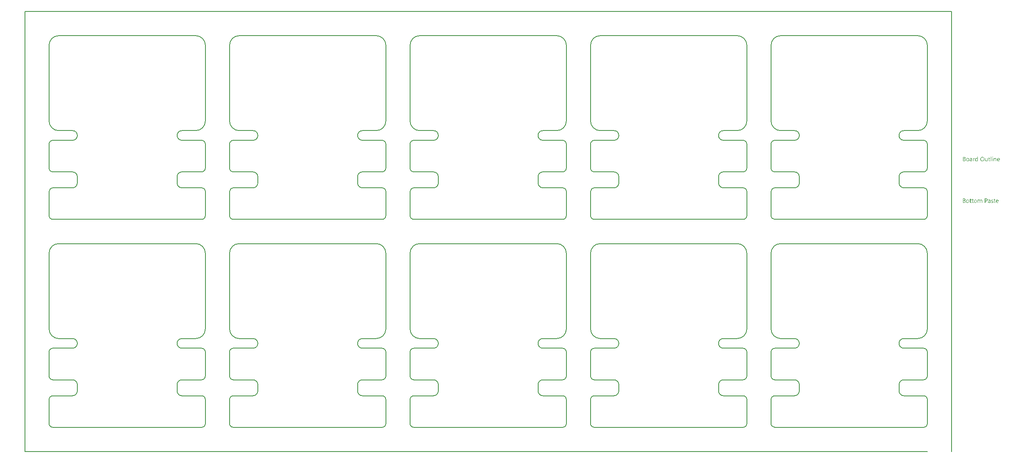
<source format=gbp>
G04*
G04 #@! TF.GenerationSoftware,Altium Limited,Altium Designer,21.5.1 (32)*
G04*
G04 Layer_Color=128*
%FSAX25Y25*%
%MOIN*%
G70*
G04*
G04 #@! TF.SameCoordinates,E99C0FF3-4C0A-44BC-87B1-091C8A248283*
G04*
G04*
G04 #@! TF.FilePolarity,Positive*
G04*
G01*
G75*
%ADD40C,0.00787*%
G36*
X0768500Y0220551D02*
X0768525D01*
X0768581Y0220526D01*
X0768612Y0220508D01*
X0768643Y0220483D01*
X0768649Y0220477D01*
X0768655Y0220470D01*
X0768686Y0220433D01*
X0768711Y0220371D01*
X0768717Y0220334D01*
X0768723Y0220297D01*
Y0220291D01*
Y0220279D01*
X0768717Y0220260D01*
X0768711Y0220235D01*
X0768692Y0220173D01*
X0768668Y0220142D01*
X0768643Y0220111D01*
X0768637D01*
X0768630Y0220099D01*
X0768593Y0220074D01*
X0768538Y0220050D01*
X0768500Y0220043D01*
X0768463Y0220037D01*
X0768445D01*
X0768426Y0220043D01*
X0768401D01*
X0768339Y0220068D01*
X0768308Y0220080D01*
X0768278Y0220105D01*
Y0220111D01*
X0768265Y0220118D01*
X0768253Y0220136D01*
X0768240Y0220155D01*
X0768216Y0220217D01*
X0768210Y0220254D01*
X0768203Y0220297D01*
Y0220303D01*
Y0220316D01*
X0768210Y0220334D01*
X0768216Y0220365D01*
X0768234Y0220421D01*
X0768253Y0220452D01*
X0768278Y0220483D01*
X0768284Y0220489D01*
X0768290Y0220495D01*
X0768327Y0220520D01*
X0768389Y0220545D01*
X0768426Y0220557D01*
X0768482D01*
X0768500Y0220551D01*
D02*
G37*
G36*
X0756510Y0216886D02*
X0756108D01*
Y0217307D01*
X0756096D01*
Y0217301D01*
X0756083Y0217289D01*
X0756065Y0217264D01*
X0756046Y0217233D01*
X0756015Y0217196D01*
X0755978Y0217159D01*
X0755935Y0217115D01*
X0755885Y0217072D01*
X0755829Y0217023D01*
X0755761Y0216979D01*
X0755693Y0216942D01*
X0755613Y0216905D01*
X0755532Y0216874D01*
X0755440Y0216849D01*
X0755340Y0216837D01*
X0755235Y0216831D01*
X0755192D01*
X0755155Y0216837D01*
X0755118Y0216843D01*
X0755068Y0216849D01*
X0754963Y0216874D01*
X0754839Y0216911D01*
X0754715Y0216973D01*
X0754647Y0217010D01*
X0754592Y0217054D01*
X0754530Y0217109D01*
X0754474Y0217165D01*
Y0217171D01*
X0754461Y0217183D01*
X0754449Y0217202D01*
X0754431Y0217227D01*
X0754412Y0217258D01*
X0754387Y0217301D01*
X0754362Y0217351D01*
X0754338Y0217406D01*
X0754307Y0217468D01*
X0754282Y0217536D01*
X0754257Y0217611D01*
X0754239Y0217691D01*
X0754220Y0217778D01*
X0754208Y0217877D01*
X0754202Y0217976D01*
X0754195Y0218081D01*
Y0218087D01*
Y0218106D01*
Y0218143D01*
X0754202Y0218186D01*
X0754208Y0218236D01*
X0754214Y0218298D01*
X0754220Y0218366D01*
X0754233Y0218440D01*
X0754270Y0218601D01*
X0754325Y0218768D01*
X0754362Y0218849D01*
X0754406Y0218929D01*
X0754449Y0219003D01*
X0754505Y0219078D01*
X0754511Y0219084D01*
X0754517Y0219096D01*
X0754536Y0219115D01*
X0754561Y0219140D01*
X0754592Y0219164D01*
X0754635Y0219195D01*
X0754678Y0219232D01*
X0754728Y0219270D01*
X0754851Y0219338D01*
X0754994Y0219400D01*
X0755074Y0219418D01*
X0755161Y0219437D01*
X0755248Y0219449D01*
X0755347Y0219455D01*
X0755396D01*
X0755433Y0219449D01*
X0755471Y0219443D01*
X0755520Y0219437D01*
X0755631Y0219406D01*
X0755755Y0219356D01*
X0755817Y0219325D01*
X0755879Y0219282D01*
X0755941Y0219239D01*
X0755997Y0219183D01*
X0756046Y0219121D01*
X0756096Y0219047D01*
X0756108D01*
Y0220607D01*
X0756510D01*
Y0216886D01*
D02*
G37*
G36*
X0770778Y0219449D02*
X0770853Y0219443D01*
X0770946Y0219424D01*
X0771044Y0219393D01*
X0771150Y0219344D01*
X0771255Y0219276D01*
X0771298Y0219239D01*
X0771342Y0219189D01*
X0771354Y0219177D01*
X0771379Y0219140D01*
X0771410Y0219078D01*
X0771453Y0218991D01*
X0771490Y0218886D01*
X0771527Y0218756D01*
X0771552Y0218601D01*
X0771558Y0218422D01*
Y0216886D01*
X0771156D01*
Y0218316D01*
Y0218322D01*
Y0218354D01*
X0771150Y0218391D01*
Y0218440D01*
X0771137Y0218502D01*
X0771125Y0218570D01*
X0771106Y0218644D01*
X0771082Y0218719D01*
X0771051Y0218793D01*
X0771014Y0218861D01*
X0770964Y0218929D01*
X0770908Y0218991D01*
X0770846Y0219040D01*
X0770766Y0219078D01*
X0770679Y0219109D01*
X0770574Y0219115D01*
X0770562D01*
X0770525Y0219109D01*
X0770469Y0219102D01*
X0770401Y0219084D01*
X0770320Y0219059D01*
X0770234Y0219016D01*
X0770153Y0218960D01*
X0770073Y0218886D01*
X0770066Y0218873D01*
X0770042Y0218849D01*
X0770011Y0218799D01*
X0769974Y0218731D01*
X0769937Y0218651D01*
X0769906Y0218551D01*
X0769881Y0218440D01*
X0769875Y0218316D01*
Y0216886D01*
X0769472D01*
Y0219400D01*
X0769875D01*
Y0218979D01*
X0769887D01*
X0769893Y0218985D01*
X0769899Y0218997D01*
X0769918Y0219022D01*
X0769943Y0219053D01*
X0769968Y0219090D01*
X0770005Y0219127D01*
X0770048Y0219170D01*
X0770097Y0219220D01*
X0770153Y0219263D01*
X0770215Y0219307D01*
X0770283Y0219344D01*
X0770357Y0219381D01*
X0770432Y0219412D01*
X0770518Y0219437D01*
X0770611Y0219449D01*
X0770710Y0219455D01*
X0770747D01*
X0770778Y0219449D01*
D02*
G37*
G36*
X0753781Y0219437D02*
X0753855Y0219430D01*
X0753898Y0219418D01*
X0753929Y0219406D01*
Y0218991D01*
X0753923Y0218997D01*
X0753911Y0219003D01*
X0753886Y0219016D01*
X0753855Y0219034D01*
X0753812Y0219047D01*
X0753756Y0219059D01*
X0753694Y0219065D01*
X0753626Y0219072D01*
X0753614D01*
X0753582Y0219065D01*
X0753533Y0219059D01*
X0753477Y0219040D01*
X0753403Y0219010D01*
X0753335Y0218966D01*
X0753261Y0218904D01*
X0753193Y0218824D01*
X0753186Y0218811D01*
X0753168Y0218781D01*
X0753137Y0218725D01*
X0753106Y0218651D01*
X0753075Y0218558D01*
X0753044Y0218440D01*
X0753025Y0218310D01*
X0753019Y0218162D01*
Y0216886D01*
X0752617D01*
Y0219400D01*
X0753019D01*
Y0218880D01*
X0753032D01*
Y0218886D01*
X0753038Y0218892D01*
X0753050Y0218923D01*
X0753069Y0218972D01*
X0753100Y0219034D01*
X0753131Y0219096D01*
X0753180Y0219164D01*
X0753230Y0219232D01*
X0753292Y0219294D01*
X0753298Y0219301D01*
X0753323Y0219319D01*
X0753360Y0219344D01*
X0753409Y0219369D01*
X0753465Y0219393D01*
X0753533Y0219418D01*
X0753607Y0219437D01*
X0753688Y0219443D01*
X0753744D01*
X0753781Y0219437D01*
D02*
G37*
G36*
X0764520Y0216886D02*
X0764118D01*
Y0217283D01*
X0764106D01*
Y0217276D01*
X0764093Y0217264D01*
X0764081Y0217239D01*
X0764056Y0217214D01*
X0764000Y0217140D01*
X0763914Y0217060D01*
X0763864Y0217016D01*
X0763808Y0216973D01*
X0763747Y0216936D01*
X0763672Y0216899D01*
X0763598Y0216874D01*
X0763518Y0216849D01*
X0763425Y0216837D01*
X0763332Y0216831D01*
X0763295D01*
X0763251Y0216837D01*
X0763189Y0216849D01*
X0763121Y0216862D01*
X0763047Y0216886D01*
X0762967Y0216917D01*
X0762886Y0216967D01*
X0762799Y0217023D01*
X0762719Y0217091D01*
X0762645Y0217177D01*
X0762577Y0217283D01*
X0762515Y0217400D01*
X0762471Y0217543D01*
X0762447Y0217710D01*
X0762434Y0217796D01*
Y0217895D01*
Y0219400D01*
X0762830D01*
Y0217957D01*
Y0217951D01*
Y0217926D01*
X0762837Y0217883D01*
X0762843Y0217833D01*
X0762849Y0217772D01*
X0762861Y0217710D01*
X0762880Y0217635D01*
X0762905Y0217561D01*
X0762942Y0217487D01*
X0762979Y0217419D01*
X0763028Y0217351D01*
X0763090Y0217289D01*
X0763158Y0217239D01*
X0763239Y0217202D01*
X0763338Y0217171D01*
X0763443Y0217165D01*
X0763456D01*
X0763493Y0217171D01*
X0763548Y0217177D01*
X0763610Y0217190D01*
X0763691Y0217221D01*
X0763771Y0217258D01*
X0763852Y0217307D01*
X0763926Y0217382D01*
X0763932Y0217394D01*
X0763957Y0217419D01*
X0763988Y0217468D01*
X0764025Y0217536D01*
X0764056Y0217617D01*
X0764087Y0217716D01*
X0764112Y0217827D01*
X0764118Y0217951D01*
Y0219400D01*
X0764520D01*
Y0216886D01*
D02*
G37*
G36*
X0768655D02*
X0768253D01*
Y0219400D01*
X0768655D01*
Y0216886D01*
D02*
G37*
G36*
X0767436D02*
X0767033D01*
Y0220607D01*
X0767436D01*
Y0216886D01*
D02*
G37*
G36*
X0751057Y0219449D02*
X0751113Y0219443D01*
X0751181Y0219424D01*
X0751255Y0219406D01*
X0751335Y0219375D01*
X0751422Y0219338D01*
X0751503Y0219288D01*
X0751583Y0219226D01*
X0751657Y0219152D01*
X0751725Y0219059D01*
X0751781Y0218954D01*
X0751825Y0218830D01*
X0751849Y0218688D01*
X0751862Y0218521D01*
Y0216886D01*
X0751459D01*
Y0217276D01*
X0751447D01*
Y0217270D01*
X0751435Y0217258D01*
X0751422Y0217233D01*
X0751398Y0217208D01*
X0751335Y0217134D01*
X0751255Y0217054D01*
X0751144Y0216973D01*
X0751014Y0216899D01*
X0750933Y0216874D01*
X0750853Y0216849D01*
X0750766Y0216837D01*
X0750673Y0216831D01*
X0750636D01*
X0750611Y0216837D01*
X0750543Y0216843D01*
X0750463Y0216856D01*
X0750364Y0216880D01*
X0750271Y0216911D01*
X0750172Y0216961D01*
X0750085Y0217023D01*
X0750079Y0217035D01*
X0750054Y0217060D01*
X0750017Y0217103D01*
X0749980Y0217165D01*
X0749943Y0217239D01*
X0749906Y0217326D01*
X0749881Y0217431D01*
X0749875Y0217549D01*
Y0217555D01*
Y0217580D01*
X0749881Y0217617D01*
X0749887Y0217660D01*
X0749899Y0217716D01*
X0749918Y0217778D01*
X0749943Y0217846D01*
X0749980Y0217914D01*
X0750023Y0217988D01*
X0750079Y0218062D01*
X0750147Y0218131D01*
X0750227Y0218193D01*
X0750320Y0218254D01*
X0750432Y0218304D01*
X0750556Y0218341D01*
X0750704Y0218372D01*
X0751459Y0218477D01*
Y0218483D01*
Y0218502D01*
X0751453Y0218539D01*
Y0218576D01*
X0751441Y0218626D01*
X0751435Y0218682D01*
X0751398Y0218799D01*
X0751367Y0218855D01*
X0751335Y0218911D01*
X0751292Y0218966D01*
X0751243Y0219016D01*
X0751181Y0219059D01*
X0751113Y0219090D01*
X0751032Y0219109D01*
X0750939Y0219115D01*
X0750896D01*
X0750865Y0219109D01*
X0750822D01*
X0750778Y0219096D01*
X0750667Y0219078D01*
X0750543Y0219040D01*
X0750407Y0218985D01*
X0750333Y0218948D01*
X0750265Y0218911D01*
X0750190Y0218861D01*
X0750122Y0218805D01*
Y0219220D01*
X0750129D01*
X0750141Y0219232D01*
X0750160Y0219245D01*
X0750190Y0219257D01*
X0750221Y0219276D01*
X0750265Y0219294D01*
X0750314Y0219313D01*
X0750370Y0219338D01*
X0750494Y0219381D01*
X0750642Y0219418D01*
X0750803Y0219443D01*
X0750977Y0219455D01*
X0751014D01*
X0751057Y0219449D01*
D02*
G37*
G36*
X0745368Y0220396D02*
X0745412D01*
X0745455Y0220390D01*
X0745554Y0220378D01*
X0745672Y0220347D01*
X0745795Y0220309D01*
X0745913Y0220254D01*
X0746018Y0220180D01*
X0746025D01*
X0746031Y0220167D01*
X0746062Y0220142D01*
X0746105Y0220093D01*
X0746154Y0220025D01*
X0746198Y0219938D01*
X0746241Y0219839D01*
X0746272Y0219728D01*
X0746284Y0219666D01*
Y0219598D01*
Y0219591D01*
Y0219585D01*
Y0219548D01*
X0746278Y0219492D01*
X0746266Y0219424D01*
X0746247Y0219338D01*
X0746216Y0219251D01*
X0746179Y0219164D01*
X0746124Y0219078D01*
X0746117Y0219065D01*
X0746093Y0219040D01*
X0746056Y0219003D01*
X0746006Y0218954D01*
X0745944Y0218904D01*
X0745870Y0218849D01*
X0745777Y0218805D01*
X0745678Y0218762D01*
Y0218756D01*
X0745696D01*
X0745715Y0218750D01*
X0745734Y0218743D01*
X0745802Y0218731D01*
X0745882Y0218706D01*
X0745969Y0218669D01*
X0746062Y0218626D01*
X0746154Y0218564D01*
X0746241Y0218483D01*
X0746254Y0218471D01*
X0746278Y0218440D01*
X0746309Y0218397D01*
X0746353Y0218329D01*
X0746390Y0218242D01*
X0746427Y0218143D01*
X0746452Y0218025D01*
X0746458Y0217895D01*
Y0217889D01*
Y0217877D01*
Y0217852D01*
X0746452Y0217821D01*
X0746445Y0217784D01*
X0746439Y0217741D01*
X0746415Y0217635D01*
X0746377Y0217518D01*
X0746322Y0217394D01*
X0746284Y0217338D01*
X0746241Y0217276D01*
X0746185Y0217221D01*
X0746130Y0217165D01*
X0746124D01*
X0746117Y0217153D01*
X0746099Y0217140D01*
X0746074Y0217122D01*
X0746043Y0217103D01*
X0746000Y0217078D01*
X0745907Y0217029D01*
X0745789Y0216973D01*
X0745653Y0216930D01*
X0745492Y0216899D01*
X0745412Y0216893D01*
X0745319Y0216886D01*
X0744291D01*
Y0220402D01*
X0745337D01*
X0745368Y0220396D01*
D02*
G37*
G36*
X0765864Y0219400D02*
X0766501D01*
Y0219053D01*
X0765864D01*
Y0217635D01*
Y0217623D01*
Y0217592D01*
X0765870Y0217549D01*
X0765876Y0217493D01*
X0765901Y0217375D01*
X0765919Y0217320D01*
X0765950Y0217276D01*
X0765956Y0217270D01*
X0765969Y0217258D01*
X0765987Y0217245D01*
X0766018Y0217227D01*
X0766055Y0217202D01*
X0766105Y0217190D01*
X0766167Y0217177D01*
X0766235Y0217171D01*
X0766260D01*
X0766291Y0217177D01*
X0766328Y0217183D01*
X0766414Y0217208D01*
X0766458Y0217227D01*
X0766501Y0217252D01*
Y0216905D01*
X0766495D01*
X0766476Y0216893D01*
X0766445Y0216886D01*
X0766402Y0216874D01*
X0766346Y0216862D01*
X0766284Y0216849D01*
X0766210Y0216843D01*
X0766123Y0216837D01*
X0766092D01*
X0766062Y0216843D01*
X0766018Y0216849D01*
X0765969Y0216862D01*
X0765913Y0216874D01*
X0765857Y0216899D01*
X0765795Y0216930D01*
X0765733Y0216967D01*
X0765672Y0217016D01*
X0765616Y0217072D01*
X0765566Y0217146D01*
X0765523Y0217227D01*
X0765492Y0217326D01*
X0765467Y0217437D01*
X0765461Y0217567D01*
Y0219053D01*
X0765034D01*
Y0219400D01*
X0765461D01*
Y0220012D01*
X0765864Y0220142D01*
Y0219400D01*
D02*
G37*
G36*
X0773390Y0219449D02*
X0773434Y0219443D01*
X0773477Y0219437D01*
X0773589Y0219418D01*
X0773712Y0219375D01*
X0773836Y0219319D01*
X0773898Y0219282D01*
X0773960Y0219239D01*
X0774016Y0219189D01*
X0774071Y0219133D01*
X0774078Y0219127D01*
X0774084Y0219121D01*
X0774096Y0219102D01*
X0774115Y0219078D01*
X0774133Y0219040D01*
X0774158Y0219003D01*
X0774183Y0218960D01*
X0774208Y0218904D01*
X0774232Y0218843D01*
X0774257Y0218781D01*
X0774282Y0218706D01*
X0774300Y0218626D01*
X0774319Y0218539D01*
X0774331Y0218453D01*
X0774344Y0218354D01*
Y0218248D01*
Y0218038D01*
X0772567D01*
Y0218032D01*
Y0218019D01*
Y0218001D01*
X0772573Y0217970D01*
X0772580Y0217933D01*
Y0217895D01*
X0772598Y0217796D01*
X0772629Y0217697D01*
X0772666Y0217586D01*
X0772722Y0217481D01*
X0772790Y0217388D01*
X0772802Y0217375D01*
X0772827Y0217351D01*
X0772877Y0217320D01*
X0772945Y0217276D01*
X0773032Y0217233D01*
X0773131Y0217202D01*
X0773248Y0217177D01*
X0773384Y0217165D01*
X0773428D01*
X0773459Y0217171D01*
X0773496D01*
X0773539Y0217177D01*
X0773644Y0217202D01*
X0773762Y0217233D01*
X0773892Y0217283D01*
X0774028Y0217351D01*
X0774096Y0217394D01*
X0774164Y0217443D01*
Y0217066D01*
X0774158D01*
X0774152Y0217054D01*
X0774133Y0217047D01*
X0774102Y0217029D01*
X0774071Y0217010D01*
X0774034Y0216992D01*
X0773985Y0216973D01*
X0773935Y0216948D01*
X0773873Y0216924D01*
X0773805Y0216905D01*
X0773657Y0216868D01*
X0773483Y0216843D01*
X0773291Y0216831D01*
X0773242D01*
X0773205Y0216837D01*
X0773162Y0216843D01*
X0773106Y0216849D01*
X0772988Y0216874D01*
X0772852Y0216911D01*
X0772716Y0216973D01*
X0772648Y0217016D01*
X0772580Y0217060D01*
X0772518Y0217109D01*
X0772456Y0217171D01*
X0772450Y0217177D01*
X0772443Y0217190D01*
X0772431Y0217208D01*
X0772406Y0217233D01*
X0772388Y0217270D01*
X0772363Y0217314D01*
X0772332Y0217363D01*
X0772307Y0217419D01*
X0772276Y0217481D01*
X0772252Y0217555D01*
X0772221Y0217635D01*
X0772202Y0217722D01*
X0772184Y0217815D01*
X0772165Y0217914D01*
X0772159Y0218019D01*
X0772153Y0218131D01*
Y0218137D01*
Y0218155D01*
Y0218186D01*
X0772159Y0218230D01*
X0772165Y0218279D01*
X0772171Y0218335D01*
X0772177Y0218403D01*
X0772196Y0218471D01*
X0772233Y0218620D01*
X0772289Y0218781D01*
X0772326Y0218861D01*
X0772375Y0218935D01*
X0772425Y0219016D01*
X0772481Y0219084D01*
X0772487Y0219090D01*
X0772499Y0219102D01*
X0772518Y0219121D01*
X0772542Y0219140D01*
X0772573Y0219170D01*
X0772611Y0219201D01*
X0772660Y0219232D01*
X0772710Y0219270D01*
X0772827Y0219338D01*
X0772970Y0219400D01*
X0773050Y0219418D01*
X0773131Y0219437D01*
X0773217Y0219449D01*
X0773310Y0219455D01*
X0773360D01*
X0773390Y0219449D01*
D02*
G37*
G36*
X0760348Y0220458D02*
X0760410Y0220452D01*
X0760484Y0220440D01*
X0760565Y0220421D01*
X0760651Y0220402D01*
X0760738Y0220378D01*
X0760837Y0220347D01*
X0760930Y0220303D01*
X0761029Y0220254D01*
X0761128Y0220198D01*
X0761221Y0220130D01*
X0761314Y0220056D01*
X0761401Y0219969D01*
X0761407Y0219963D01*
X0761419Y0219944D01*
X0761444Y0219919D01*
X0761469Y0219882D01*
X0761506Y0219833D01*
X0761543Y0219771D01*
X0761580Y0219703D01*
X0761623Y0219629D01*
X0761667Y0219536D01*
X0761704Y0219443D01*
X0761741Y0219338D01*
X0761778Y0219220D01*
X0761803Y0219102D01*
X0761828Y0218972D01*
X0761840Y0218830D01*
X0761846Y0218688D01*
Y0218675D01*
Y0218651D01*
Y0218607D01*
X0761840Y0218545D01*
X0761834Y0218471D01*
X0761821Y0218391D01*
X0761809Y0218298D01*
X0761791Y0218193D01*
X0761766Y0218087D01*
X0761735Y0217976D01*
X0761698Y0217864D01*
X0761654Y0217753D01*
X0761599Y0217635D01*
X0761537Y0217530D01*
X0761469Y0217425D01*
X0761388Y0217326D01*
X0761382Y0217320D01*
X0761370Y0217307D01*
X0761339Y0217283D01*
X0761308Y0217252D01*
X0761258Y0217208D01*
X0761202Y0217171D01*
X0761140Y0217122D01*
X0761066Y0217078D01*
X0760986Y0217035D01*
X0760893Y0216986D01*
X0760794Y0216948D01*
X0760682Y0216911D01*
X0760565Y0216874D01*
X0760441Y0216849D01*
X0760311Y0216837D01*
X0760169Y0216831D01*
X0760138D01*
X0760094Y0216837D01*
X0760045D01*
X0759983Y0216843D01*
X0759909Y0216856D01*
X0759828Y0216874D01*
X0759735Y0216893D01*
X0759643Y0216917D01*
X0759544Y0216948D01*
X0759444Y0216992D01*
X0759345Y0217035D01*
X0759246Y0217091D01*
X0759147Y0217159D01*
X0759055Y0217233D01*
X0758968Y0217320D01*
X0758962Y0217326D01*
X0758949Y0217344D01*
X0758924Y0217369D01*
X0758900Y0217406D01*
X0758863Y0217456D01*
X0758825Y0217518D01*
X0758788Y0217586D01*
X0758745Y0217666D01*
X0758702Y0217753D01*
X0758665Y0217846D01*
X0758627Y0217951D01*
X0758590Y0218069D01*
X0758566Y0218186D01*
X0758541Y0218316D01*
X0758528Y0218459D01*
X0758522Y0218601D01*
Y0218613D01*
Y0218638D01*
X0758528Y0218682D01*
Y0218743D01*
X0758534Y0218811D01*
X0758547Y0218898D01*
X0758559Y0218991D01*
X0758578Y0219090D01*
X0758603Y0219195D01*
X0758634Y0219307D01*
X0758671Y0219418D01*
X0758714Y0219530D01*
X0758770Y0219641D01*
X0758832Y0219752D01*
X0758900Y0219858D01*
X0758980Y0219957D01*
X0758986Y0219963D01*
X0758999Y0219981D01*
X0759030Y0220006D01*
X0759067Y0220037D01*
X0759110Y0220074D01*
X0759166Y0220118D01*
X0759234Y0220161D01*
X0759308Y0220210D01*
X0759395Y0220260D01*
X0759488Y0220303D01*
X0759587Y0220347D01*
X0759698Y0220384D01*
X0759822Y0220415D01*
X0759952Y0220446D01*
X0760088Y0220458D01*
X0760231Y0220464D01*
X0760299D01*
X0760348Y0220458D01*
D02*
G37*
G36*
X0748321Y0219449D02*
X0748364Y0219443D01*
X0748420Y0219437D01*
X0748544Y0219412D01*
X0748686Y0219369D01*
X0748829Y0219307D01*
X0748903Y0219270D01*
X0748971Y0219226D01*
X0749039Y0219170D01*
X0749101Y0219109D01*
X0749107Y0219102D01*
X0749113Y0219090D01*
X0749132Y0219072D01*
X0749151Y0219047D01*
X0749175Y0219010D01*
X0749200Y0218966D01*
X0749231Y0218917D01*
X0749262Y0218861D01*
X0749287Y0218793D01*
X0749318Y0218725D01*
X0749342Y0218644D01*
X0749367Y0218558D01*
X0749386Y0218465D01*
X0749404Y0218366D01*
X0749410Y0218261D01*
X0749417Y0218149D01*
Y0218143D01*
Y0218124D01*
Y0218093D01*
X0749410Y0218050D01*
X0749404Y0218001D01*
X0749398Y0217939D01*
X0749386Y0217877D01*
X0749373Y0217803D01*
X0749336Y0217654D01*
X0749274Y0217493D01*
X0749237Y0217413D01*
X0749188Y0217332D01*
X0749138Y0217258D01*
X0749076Y0217190D01*
X0749070Y0217183D01*
X0749058Y0217177D01*
X0749039Y0217159D01*
X0749014Y0217134D01*
X0748977Y0217109D01*
X0748940Y0217078D01*
X0748890Y0217041D01*
X0748835Y0217010D01*
X0748773Y0216979D01*
X0748705Y0216942D01*
X0748631Y0216911D01*
X0748550Y0216886D01*
X0748463Y0216862D01*
X0748371Y0216849D01*
X0748272Y0216837D01*
X0748166Y0216831D01*
X0748111D01*
X0748073Y0216837D01*
X0748030Y0216843D01*
X0747974Y0216849D01*
X0747913Y0216862D01*
X0747844Y0216874D01*
X0747702Y0216917D01*
X0747553Y0216979D01*
X0747479Y0217016D01*
X0747411Y0217066D01*
X0747343Y0217115D01*
X0747275Y0217177D01*
X0747269Y0217183D01*
X0747262Y0217196D01*
X0747244Y0217214D01*
X0747225Y0217239D01*
X0747201Y0217276D01*
X0747170Y0217320D01*
X0747139Y0217369D01*
X0747114Y0217425D01*
X0747083Y0217493D01*
X0747052Y0217561D01*
X0747021Y0217635D01*
X0746996Y0217722D01*
X0746959Y0217908D01*
X0746953Y0218007D01*
X0746947Y0218112D01*
Y0218118D01*
Y0218143D01*
Y0218174D01*
X0746953Y0218217D01*
X0746959Y0218267D01*
X0746965Y0218329D01*
X0746978Y0218397D01*
X0746990Y0218471D01*
X0747027Y0218632D01*
X0747089Y0218793D01*
X0747132Y0218873D01*
X0747176Y0218954D01*
X0747225Y0219028D01*
X0747287Y0219096D01*
X0747294Y0219102D01*
X0747306Y0219115D01*
X0747324Y0219127D01*
X0747349Y0219152D01*
X0747386Y0219177D01*
X0747430Y0219208D01*
X0747479Y0219245D01*
X0747535Y0219276D01*
X0747597Y0219307D01*
X0747671Y0219344D01*
X0747745Y0219375D01*
X0747832Y0219400D01*
X0747919Y0219424D01*
X0748018Y0219443D01*
X0748123Y0219449D01*
X0748228Y0219455D01*
X0748284D01*
X0748321Y0219449D01*
D02*
G37*
G36*
X0768420Y0185591D02*
X0768500Y0185585D01*
X0768587Y0185572D01*
X0768686Y0185547D01*
X0768785Y0185523D01*
X0768884Y0185486D01*
Y0185077D01*
X0768872Y0185083D01*
X0768835Y0185108D01*
X0768779Y0185133D01*
X0768705Y0185170D01*
X0768612Y0185201D01*
X0768500Y0185232D01*
X0768377Y0185250D01*
X0768247Y0185257D01*
X0768179D01*
X0768117Y0185244D01*
X0768042Y0185232D01*
X0768036D01*
X0768030Y0185226D01*
X0767993Y0185213D01*
X0767943Y0185188D01*
X0767888Y0185158D01*
X0767875Y0185151D01*
X0767850Y0185127D01*
X0767819Y0185089D01*
X0767789Y0185046D01*
X0767782Y0185034D01*
X0767770Y0185003D01*
X0767758Y0184959D01*
X0767751Y0184904D01*
Y0184897D01*
Y0184885D01*
Y0184867D01*
X0767758Y0184848D01*
X0767770Y0184792D01*
X0767789Y0184737D01*
X0767795Y0184724D01*
X0767813Y0184699D01*
X0767850Y0184662D01*
X0767894Y0184619D01*
X0767900D01*
X0767906Y0184613D01*
X0767943Y0184588D01*
X0767993Y0184557D01*
X0768061Y0184526D01*
X0768067D01*
X0768080Y0184520D01*
X0768098Y0184514D01*
X0768129Y0184501D01*
X0768197Y0184477D01*
X0768284Y0184440D01*
X0768290D01*
X0768315Y0184427D01*
X0768346Y0184415D01*
X0768383Y0184402D01*
X0768482Y0184359D01*
X0768581Y0184309D01*
X0768587D01*
X0768606Y0184297D01*
X0768630Y0184285D01*
X0768661Y0184266D01*
X0768736Y0184217D01*
X0768810Y0184155D01*
X0768816Y0184149D01*
X0768828Y0184142D01*
X0768841Y0184124D01*
X0768866Y0184099D01*
X0768909Y0184037D01*
X0768952Y0183957D01*
Y0183950D01*
X0768959Y0183938D01*
X0768971Y0183913D01*
X0768977Y0183882D01*
X0768989Y0183845D01*
X0768996Y0183802D01*
X0769002Y0183697D01*
Y0183691D01*
Y0183666D01*
X0768996Y0183629D01*
X0768989Y0183585D01*
X0768983Y0183536D01*
X0768965Y0183480D01*
X0768946Y0183431D01*
X0768915Y0183375D01*
X0768909Y0183369D01*
X0768903Y0183350D01*
X0768884Y0183325D01*
X0768859Y0183294D01*
X0768828Y0183257D01*
X0768791Y0183220D01*
X0768699Y0183146D01*
X0768692Y0183140D01*
X0768674Y0183133D01*
X0768649Y0183115D01*
X0768606Y0183096D01*
X0768562Y0183071D01*
X0768507Y0183053D01*
X0768451Y0183034D01*
X0768383Y0183016D01*
X0768377D01*
X0768352Y0183010D01*
X0768315Y0183003D01*
X0768271Y0182997D01*
X0768210Y0182985D01*
X0768148Y0182979D01*
X0768005Y0182972D01*
X0767943D01*
X0767869Y0182979D01*
X0767776Y0182991D01*
X0767671Y0183010D01*
X0767559Y0183034D01*
X0767448Y0183065D01*
X0767337Y0183115D01*
Y0183548D01*
X0767343D01*
X0767349Y0183536D01*
X0767368Y0183523D01*
X0767392Y0183511D01*
X0767460Y0183474D01*
X0767553Y0183431D01*
X0767659Y0183381D01*
X0767782Y0183344D01*
X0767919Y0183319D01*
X0768061Y0183307D01*
X0768111D01*
X0768141Y0183313D01*
X0768228Y0183325D01*
X0768327Y0183350D01*
X0768420Y0183393D01*
X0768463Y0183424D01*
X0768507Y0183455D01*
X0768538Y0183499D01*
X0768562Y0183542D01*
X0768581Y0183598D01*
X0768587Y0183660D01*
Y0183666D01*
Y0183678D01*
Y0183697D01*
X0768581Y0183715D01*
X0768569Y0183771D01*
X0768544Y0183827D01*
Y0183833D01*
X0768538Y0183839D01*
X0768513Y0183870D01*
X0768476Y0183913D01*
X0768420Y0183950D01*
X0768414D01*
X0768408Y0183963D01*
X0768370Y0183981D01*
X0768315Y0184019D01*
X0768240Y0184049D01*
X0768234D01*
X0768222Y0184056D01*
X0768203Y0184068D01*
X0768172Y0184080D01*
X0768104Y0184105D01*
X0768018Y0184142D01*
X0768011D01*
X0767987Y0184155D01*
X0767956Y0184167D01*
X0767919Y0184179D01*
X0767819Y0184223D01*
X0767721Y0184272D01*
X0767714Y0184279D01*
X0767702Y0184285D01*
X0767677Y0184297D01*
X0767646Y0184316D01*
X0767578Y0184365D01*
X0767510Y0184421D01*
X0767504Y0184427D01*
X0767498Y0184433D01*
X0767479Y0184452D01*
X0767460Y0184477D01*
X0767417Y0184538D01*
X0767380Y0184613D01*
Y0184619D01*
X0767374Y0184631D01*
X0767368Y0184656D01*
X0767361Y0184687D01*
X0767355Y0184724D01*
X0767349Y0184767D01*
X0767343Y0184873D01*
Y0184879D01*
Y0184904D01*
X0767349Y0184935D01*
X0767355Y0184978D01*
X0767361Y0185028D01*
X0767380Y0185077D01*
X0767399Y0185133D01*
X0767423Y0185182D01*
X0767430Y0185188D01*
X0767436Y0185207D01*
X0767454Y0185232D01*
X0767479Y0185263D01*
X0767547Y0185337D01*
X0767634Y0185411D01*
X0767640Y0185417D01*
X0767659Y0185424D01*
X0767683Y0185442D01*
X0767727Y0185461D01*
X0767770Y0185486D01*
X0767819Y0185510D01*
X0767943Y0185547D01*
X0767949D01*
X0767974Y0185554D01*
X0768005Y0185566D01*
X0768055Y0185572D01*
X0768104Y0185585D01*
X0768166Y0185591D01*
X0768302Y0185597D01*
X0768358D01*
X0768420Y0185591D01*
D02*
G37*
G36*
X0759228D02*
X0759283Y0185578D01*
X0759345Y0185566D01*
X0759413Y0185541D01*
X0759494Y0185510D01*
X0759568Y0185467D01*
X0759649Y0185417D01*
X0759723Y0185349D01*
X0759791Y0185263D01*
X0759853Y0185164D01*
X0759909Y0185052D01*
X0759946Y0184910D01*
X0759977Y0184755D01*
X0759983Y0184576D01*
Y0183028D01*
X0759581D01*
Y0184470D01*
Y0184477D01*
Y0184489D01*
Y0184508D01*
Y0184538D01*
X0759574Y0184613D01*
X0759562Y0184699D01*
X0759550Y0184799D01*
X0759525Y0184897D01*
X0759494Y0184990D01*
X0759451Y0185071D01*
X0759444Y0185077D01*
X0759426Y0185102D01*
X0759395Y0185133D01*
X0759345Y0185164D01*
X0759290Y0185201D01*
X0759215Y0185226D01*
X0759123Y0185250D01*
X0759017Y0185257D01*
X0759005D01*
X0758974Y0185250D01*
X0758924Y0185244D01*
X0758863Y0185226D01*
X0758794Y0185201D01*
X0758720Y0185158D01*
X0758646Y0185102D01*
X0758578Y0185021D01*
X0758572Y0185009D01*
X0758553Y0184978D01*
X0758522Y0184929D01*
X0758491Y0184860D01*
X0758454Y0184780D01*
X0758429Y0184687D01*
X0758404Y0184576D01*
X0758398Y0184458D01*
Y0183028D01*
X0757996D01*
Y0184520D01*
Y0184526D01*
Y0184551D01*
X0757990Y0184588D01*
Y0184638D01*
X0757977Y0184693D01*
X0757965Y0184755D01*
X0757946Y0184817D01*
X0757928Y0184891D01*
X0757897Y0184959D01*
X0757860Y0185021D01*
X0757810Y0185083D01*
X0757755Y0185139D01*
X0757693Y0185188D01*
X0757612Y0185226D01*
X0757526Y0185250D01*
X0757427Y0185257D01*
X0757414D01*
X0757383Y0185250D01*
X0757334Y0185244D01*
X0757272Y0185232D01*
X0757204Y0185201D01*
X0757129Y0185164D01*
X0757055Y0185108D01*
X0756987Y0185034D01*
X0756981Y0185021D01*
X0756962Y0184997D01*
X0756931Y0184947D01*
X0756900Y0184879D01*
X0756869Y0184799D01*
X0756839Y0184699D01*
X0756820Y0184588D01*
X0756814Y0184458D01*
Y0183028D01*
X0756411D01*
Y0185541D01*
X0756814D01*
Y0185139D01*
X0756826D01*
X0756832Y0185145D01*
X0756839Y0185158D01*
X0756857Y0185182D01*
X0756876Y0185213D01*
X0756938Y0185281D01*
X0757024Y0185368D01*
X0757136Y0185455D01*
X0757266Y0185523D01*
X0757346Y0185554D01*
X0757427Y0185578D01*
X0757513Y0185591D01*
X0757606Y0185597D01*
X0757649D01*
X0757699Y0185591D01*
X0757761Y0185578D01*
X0757829Y0185560D01*
X0757903Y0185535D01*
X0757977Y0185504D01*
X0758052Y0185455D01*
X0758058Y0185448D01*
X0758083Y0185430D01*
X0758114Y0185399D01*
X0758157Y0185356D01*
X0758200Y0185300D01*
X0758244Y0185238D01*
X0758287Y0185164D01*
X0758318Y0185077D01*
X0758324Y0185083D01*
X0758330Y0185102D01*
X0758349Y0185127D01*
X0758367Y0185158D01*
X0758398Y0185201D01*
X0758435Y0185244D01*
X0758479Y0185287D01*
X0758528Y0185337D01*
X0758584Y0185387D01*
X0758646Y0185430D01*
X0758714Y0185479D01*
X0758788Y0185517D01*
X0758869Y0185547D01*
X0758955Y0185572D01*
X0759055Y0185591D01*
X0759154Y0185597D01*
X0759191D01*
X0759228Y0185591D01*
D02*
G37*
G36*
X0765925D02*
X0765981Y0185585D01*
X0766049Y0185566D01*
X0766123Y0185547D01*
X0766204Y0185517D01*
X0766291Y0185479D01*
X0766371Y0185430D01*
X0766452Y0185368D01*
X0766526Y0185294D01*
X0766594Y0185201D01*
X0766650Y0185096D01*
X0766693Y0184972D01*
X0766718Y0184829D01*
X0766730Y0184662D01*
Y0183028D01*
X0766328D01*
Y0183418D01*
X0766315D01*
Y0183412D01*
X0766303Y0183399D01*
X0766291Y0183375D01*
X0766266Y0183350D01*
X0766204Y0183276D01*
X0766123Y0183195D01*
X0766012Y0183115D01*
X0765882Y0183040D01*
X0765802Y0183016D01*
X0765721Y0182991D01*
X0765634Y0182979D01*
X0765542Y0182972D01*
X0765505D01*
X0765480Y0182979D01*
X0765412Y0182985D01*
X0765331Y0182997D01*
X0765232Y0183022D01*
X0765139Y0183053D01*
X0765040Y0183102D01*
X0764954Y0183164D01*
X0764947Y0183177D01*
X0764923Y0183202D01*
X0764886Y0183245D01*
X0764848Y0183307D01*
X0764811Y0183381D01*
X0764774Y0183468D01*
X0764749Y0183573D01*
X0764743Y0183691D01*
Y0183697D01*
Y0183721D01*
X0764749Y0183759D01*
X0764755Y0183802D01*
X0764768Y0183858D01*
X0764786Y0183920D01*
X0764811Y0183988D01*
X0764848Y0184056D01*
X0764892Y0184130D01*
X0764947Y0184204D01*
X0765015Y0184272D01*
X0765096Y0184334D01*
X0765189Y0184396D01*
X0765300Y0184446D01*
X0765424Y0184483D01*
X0765573Y0184514D01*
X0766328Y0184619D01*
Y0184625D01*
Y0184644D01*
X0766322Y0184681D01*
Y0184718D01*
X0766309Y0184767D01*
X0766303Y0184823D01*
X0766266Y0184941D01*
X0766235Y0184997D01*
X0766204Y0185052D01*
X0766161Y0185108D01*
X0766111Y0185158D01*
X0766049Y0185201D01*
X0765981Y0185232D01*
X0765901Y0185250D01*
X0765808Y0185257D01*
X0765764D01*
X0765733Y0185250D01*
X0765690D01*
X0765647Y0185238D01*
X0765535Y0185219D01*
X0765412Y0185182D01*
X0765275Y0185127D01*
X0765201Y0185089D01*
X0765133Y0185052D01*
X0765059Y0185003D01*
X0764991Y0184947D01*
Y0185362D01*
X0764997D01*
X0765009Y0185374D01*
X0765028Y0185387D01*
X0765059Y0185399D01*
X0765090Y0185417D01*
X0765133Y0185436D01*
X0765183Y0185455D01*
X0765238Y0185479D01*
X0765362Y0185523D01*
X0765511Y0185560D01*
X0765672Y0185585D01*
X0765845Y0185597D01*
X0765882D01*
X0765925Y0185591D01*
D02*
G37*
G36*
X0763227Y0186538D02*
X0763276D01*
X0763326Y0186532D01*
X0763456Y0186507D01*
X0763592Y0186476D01*
X0763740Y0186426D01*
X0763883Y0186358D01*
X0763945Y0186315D01*
X0764007Y0186266D01*
X0764013D01*
X0764019Y0186253D01*
X0764037Y0186235D01*
X0764056Y0186216D01*
X0764106Y0186154D01*
X0764167Y0186067D01*
X0764223Y0185956D01*
X0764273Y0185826D01*
X0764310Y0185671D01*
X0764316Y0185585D01*
X0764322Y0185492D01*
Y0185486D01*
Y0185467D01*
Y0185442D01*
X0764316Y0185411D01*
X0764310Y0185368D01*
X0764304Y0185319D01*
X0764279Y0185201D01*
X0764235Y0185071D01*
X0764174Y0184935D01*
X0764137Y0184867D01*
X0764093Y0184799D01*
X0764037Y0184730D01*
X0763975Y0184669D01*
X0763969Y0184662D01*
X0763957Y0184656D01*
X0763938Y0184638D01*
X0763914Y0184619D01*
X0763876Y0184594D01*
X0763833Y0184570D01*
X0763784Y0184538D01*
X0763728Y0184514D01*
X0763666Y0184483D01*
X0763598Y0184452D01*
X0763518Y0184427D01*
X0763437Y0184402D01*
X0763251Y0184365D01*
X0763152Y0184359D01*
X0763047Y0184353D01*
X0762583D01*
Y0183028D01*
X0762168D01*
Y0186544D01*
X0763189D01*
X0763227Y0186538D01*
D02*
G37*
G36*
X0745368D02*
X0745412D01*
X0745455Y0186532D01*
X0745554Y0186519D01*
X0745672Y0186488D01*
X0745795Y0186451D01*
X0745913Y0186396D01*
X0746018Y0186321D01*
X0746025D01*
X0746031Y0186309D01*
X0746062Y0186284D01*
X0746105Y0186235D01*
X0746154Y0186167D01*
X0746198Y0186080D01*
X0746241Y0185981D01*
X0746272Y0185869D01*
X0746284Y0185808D01*
Y0185739D01*
Y0185733D01*
Y0185727D01*
Y0185690D01*
X0746278Y0185634D01*
X0746266Y0185566D01*
X0746247Y0185479D01*
X0746216Y0185393D01*
X0746179Y0185306D01*
X0746124Y0185219D01*
X0746117Y0185207D01*
X0746093Y0185182D01*
X0746056Y0185145D01*
X0746006Y0185096D01*
X0745944Y0185046D01*
X0745870Y0184990D01*
X0745777Y0184947D01*
X0745678Y0184904D01*
Y0184897D01*
X0745696D01*
X0745715Y0184891D01*
X0745734Y0184885D01*
X0745802Y0184873D01*
X0745882Y0184848D01*
X0745969Y0184811D01*
X0746062Y0184767D01*
X0746154Y0184706D01*
X0746241Y0184625D01*
X0746254Y0184613D01*
X0746278Y0184582D01*
X0746309Y0184538D01*
X0746353Y0184470D01*
X0746390Y0184384D01*
X0746427Y0184285D01*
X0746452Y0184167D01*
X0746458Y0184037D01*
Y0184031D01*
Y0184019D01*
Y0183994D01*
X0746452Y0183963D01*
X0746445Y0183926D01*
X0746439Y0183882D01*
X0746415Y0183777D01*
X0746377Y0183660D01*
X0746322Y0183536D01*
X0746284Y0183480D01*
X0746241Y0183418D01*
X0746185Y0183362D01*
X0746130Y0183307D01*
X0746124D01*
X0746117Y0183294D01*
X0746099Y0183282D01*
X0746074Y0183263D01*
X0746043Y0183245D01*
X0746000Y0183220D01*
X0745907Y0183170D01*
X0745789Y0183115D01*
X0745653Y0183071D01*
X0745492Y0183040D01*
X0745412Y0183034D01*
X0745319Y0183028D01*
X0744291D01*
Y0186544D01*
X0745337D01*
X0745368Y0186538D01*
D02*
G37*
G36*
X0770153Y0185541D02*
X0770791D01*
Y0185195D01*
X0770153D01*
Y0183777D01*
Y0183765D01*
Y0183734D01*
X0770159Y0183691D01*
X0770165Y0183635D01*
X0770190Y0183517D01*
X0770209Y0183461D01*
X0770240Y0183418D01*
X0770246Y0183412D01*
X0770258Y0183399D01*
X0770277Y0183387D01*
X0770308Y0183369D01*
X0770345Y0183344D01*
X0770395Y0183332D01*
X0770457Y0183319D01*
X0770525Y0183313D01*
X0770549D01*
X0770580Y0183319D01*
X0770617Y0183325D01*
X0770704Y0183350D01*
X0770747Y0183369D01*
X0770791Y0183393D01*
Y0183047D01*
X0770785D01*
X0770766Y0183034D01*
X0770735Y0183028D01*
X0770692Y0183016D01*
X0770636Y0183003D01*
X0770574Y0182991D01*
X0770500Y0182985D01*
X0770413Y0182979D01*
X0770382D01*
X0770351Y0182985D01*
X0770308Y0182991D01*
X0770258Y0183003D01*
X0770203Y0183016D01*
X0770147Y0183040D01*
X0770085Y0183071D01*
X0770023Y0183109D01*
X0769961Y0183158D01*
X0769906Y0183214D01*
X0769856Y0183288D01*
X0769813Y0183369D01*
X0769782Y0183468D01*
X0769757Y0183579D01*
X0769751Y0183709D01*
Y0185195D01*
X0769324D01*
Y0185541D01*
X0769751D01*
Y0186154D01*
X0770153Y0186284D01*
Y0185541D01*
D02*
G37*
G36*
X0752295D02*
X0752933D01*
Y0185195D01*
X0752295D01*
Y0183777D01*
Y0183765D01*
Y0183734D01*
X0752301Y0183691D01*
X0752307Y0183635D01*
X0752332Y0183517D01*
X0752351Y0183461D01*
X0752382Y0183418D01*
X0752388Y0183412D01*
X0752400Y0183399D01*
X0752419Y0183387D01*
X0752450Y0183369D01*
X0752487Y0183344D01*
X0752536Y0183332D01*
X0752598Y0183319D01*
X0752666Y0183313D01*
X0752691D01*
X0752722Y0183319D01*
X0752759Y0183325D01*
X0752846Y0183350D01*
X0752889Y0183369D01*
X0752933Y0183393D01*
Y0183047D01*
X0752926D01*
X0752908Y0183034D01*
X0752877Y0183028D01*
X0752834Y0183016D01*
X0752778Y0183003D01*
X0752716Y0182991D01*
X0752642Y0182985D01*
X0752555Y0182979D01*
X0752524D01*
X0752493Y0182985D01*
X0752450Y0182991D01*
X0752400Y0183003D01*
X0752345Y0183016D01*
X0752289Y0183040D01*
X0752227Y0183071D01*
X0752165Y0183109D01*
X0752103Y0183158D01*
X0752047Y0183214D01*
X0751998Y0183288D01*
X0751955Y0183369D01*
X0751924Y0183468D01*
X0751899Y0183579D01*
X0751893Y0183709D01*
Y0185195D01*
X0751466D01*
Y0185541D01*
X0751893D01*
Y0186154D01*
X0752295Y0186284D01*
Y0185541D01*
D02*
G37*
G36*
X0750593D02*
X0751230D01*
Y0185195D01*
X0750593D01*
Y0183777D01*
Y0183765D01*
Y0183734D01*
X0750599Y0183691D01*
X0750605Y0183635D01*
X0750630Y0183517D01*
X0750648Y0183461D01*
X0750679Y0183418D01*
X0750686Y0183412D01*
X0750698Y0183399D01*
X0750717Y0183387D01*
X0750747Y0183369D01*
X0750785Y0183344D01*
X0750834Y0183332D01*
X0750896Y0183319D01*
X0750964Y0183313D01*
X0750989D01*
X0751020Y0183319D01*
X0751057Y0183325D01*
X0751144Y0183350D01*
X0751187Y0183369D01*
X0751230Y0183393D01*
Y0183047D01*
X0751224D01*
X0751206Y0183034D01*
X0751175Y0183028D01*
X0751131Y0183016D01*
X0751076Y0183003D01*
X0751014Y0182991D01*
X0750939Y0182985D01*
X0750853Y0182979D01*
X0750822D01*
X0750791Y0182985D01*
X0750747Y0182991D01*
X0750698Y0183003D01*
X0750642Y0183016D01*
X0750587Y0183040D01*
X0750525Y0183071D01*
X0750463Y0183109D01*
X0750401Y0183158D01*
X0750345Y0183214D01*
X0750296Y0183288D01*
X0750252Y0183369D01*
X0750221Y0183468D01*
X0750197Y0183579D01*
X0750190Y0183709D01*
Y0185195D01*
X0749763D01*
Y0185541D01*
X0750190D01*
Y0186154D01*
X0750593Y0186284D01*
Y0185541D01*
D02*
G37*
G36*
X0772394Y0185591D02*
X0772437Y0185585D01*
X0772481Y0185578D01*
X0772592Y0185560D01*
X0772716Y0185517D01*
X0772840Y0185461D01*
X0772901Y0185424D01*
X0772963Y0185380D01*
X0773019Y0185331D01*
X0773075Y0185275D01*
X0773081Y0185269D01*
X0773087Y0185263D01*
X0773100Y0185244D01*
X0773118Y0185219D01*
X0773137Y0185182D01*
X0773162Y0185145D01*
X0773186Y0185102D01*
X0773211Y0185046D01*
X0773236Y0184984D01*
X0773260Y0184922D01*
X0773285Y0184848D01*
X0773304Y0184767D01*
X0773322Y0184681D01*
X0773335Y0184594D01*
X0773347Y0184495D01*
Y0184390D01*
Y0184179D01*
X0771571D01*
Y0184173D01*
Y0184161D01*
Y0184142D01*
X0771577Y0184111D01*
X0771583Y0184074D01*
Y0184037D01*
X0771602Y0183938D01*
X0771633Y0183839D01*
X0771670Y0183728D01*
X0771725Y0183622D01*
X0771794Y0183529D01*
X0771806Y0183517D01*
X0771831Y0183492D01*
X0771880Y0183461D01*
X0771948Y0183418D01*
X0772035Y0183375D01*
X0772134Y0183344D01*
X0772252Y0183319D01*
X0772388Y0183307D01*
X0772431D01*
X0772462Y0183313D01*
X0772499D01*
X0772542Y0183319D01*
X0772648Y0183344D01*
X0772765Y0183375D01*
X0772895Y0183424D01*
X0773032Y0183492D01*
X0773100Y0183536D01*
X0773168Y0183585D01*
Y0183208D01*
X0773162D01*
X0773155Y0183195D01*
X0773137Y0183189D01*
X0773106Y0183170D01*
X0773075Y0183152D01*
X0773038Y0183133D01*
X0772988Y0183115D01*
X0772939Y0183090D01*
X0772877Y0183065D01*
X0772809Y0183047D01*
X0772660Y0183010D01*
X0772487Y0182985D01*
X0772295Y0182972D01*
X0772245D01*
X0772208Y0182979D01*
X0772165Y0182985D01*
X0772109Y0182991D01*
X0771992Y0183016D01*
X0771855Y0183053D01*
X0771719Y0183115D01*
X0771651Y0183158D01*
X0771583Y0183202D01*
X0771521Y0183251D01*
X0771459Y0183313D01*
X0771453Y0183319D01*
X0771447Y0183332D01*
X0771434Y0183350D01*
X0771410Y0183375D01*
X0771391Y0183412D01*
X0771366Y0183455D01*
X0771335Y0183505D01*
X0771311Y0183561D01*
X0771280Y0183622D01*
X0771255Y0183697D01*
X0771224Y0183777D01*
X0771206Y0183864D01*
X0771187Y0183957D01*
X0771168Y0184056D01*
X0771162Y0184161D01*
X0771156Y0184272D01*
Y0184279D01*
Y0184297D01*
Y0184328D01*
X0771162Y0184371D01*
X0771168Y0184421D01*
X0771174Y0184477D01*
X0771181Y0184545D01*
X0771199Y0184613D01*
X0771236Y0184761D01*
X0771292Y0184922D01*
X0771329Y0185003D01*
X0771379Y0185077D01*
X0771428Y0185158D01*
X0771484Y0185226D01*
X0771490Y0185232D01*
X0771503Y0185244D01*
X0771521Y0185263D01*
X0771546Y0185281D01*
X0771577Y0185312D01*
X0771614Y0185343D01*
X0771664Y0185374D01*
X0771713Y0185411D01*
X0771831Y0185479D01*
X0771973Y0185541D01*
X0772053Y0185560D01*
X0772134Y0185578D01*
X0772221Y0185591D01*
X0772313Y0185597D01*
X0772363D01*
X0772394Y0185591D01*
D02*
G37*
G36*
X0754672D02*
X0754715Y0185585D01*
X0754771Y0185578D01*
X0754895Y0185554D01*
X0755037Y0185510D01*
X0755180Y0185448D01*
X0755254Y0185411D01*
X0755322Y0185368D01*
X0755390Y0185312D01*
X0755452Y0185250D01*
X0755458Y0185244D01*
X0755464Y0185232D01*
X0755483Y0185213D01*
X0755501Y0185188D01*
X0755526Y0185151D01*
X0755551Y0185108D01*
X0755582Y0185058D01*
X0755613Y0185003D01*
X0755638Y0184935D01*
X0755668Y0184867D01*
X0755693Y0184786D01*
X0755718Y0184699D01*
X0755737Y0184607D01*
X0755755Y0184508D01*
X0755761Y0184402D01*
X0755768Y0184291D01*
Y0184285D01*
Y0184266D01*
Y0184235D01*
X0755761Y0184192D01*
X0755755Y0184142D01*
X0755749Y0184080D01*
X0755737Y0184019D01*
X0755724Y0183944D01*
X0755687Y0183796D01*
X0755625Y0183635D01*
X0755588Y0183554D01*
X0755539Y0183474D01*
X0755489Y0183399D01*
X0755427Y0183332D01*
X0755421Y0183325D01*
X0755409Y0183319D01*
X0755390Y0183300D01*
X0755365Y0183276D01*
X0755328Y0183251D01*
X0755291Y0183220D01*
X0755241Y0183183D01*
X0755186Y0183152D01*
X0755124Y0183121D01*
X0755056Y0183084D01*
X0754982Y0183053D01*
X0754901Y0183028D01*
X0754814Y0183003D01*
X0754721Y0182991D01*
X0754622Y0182979D01*
X0754517Y0182972D01*
X0754461D01*
X0754424Y0182979D01*
X0754381Y0182985D01*
X0754325Y0182991D01*
X0754263Y0183003D01*
X0754195Y0183016D01*
X0754053Y0183059D01*
X0753904Y0183121D01*
X0753830Y0183158D01*
X0753762Y0183208D01*
X0753694Y0183257D01*
X0753626Y0183319D01*
X0753620Y0183325D01*
X0753614Y0183338D01*
X0753595Y0183356D01*
X0753576Y0183381D01*
X0753552Y0183418D01*
X0753521Y0183461D01*
X0753490Y0183511D01*
X0753465Y0183567D01*
X0753434Y0183635D01*
X0753403Y0183703D01*
X0753372Y0183777D01*
X0753347Y0183864D01*
X0753310Y0184049D01*
X0753304Y0184149D01*
X0753298Y0184254D01*
Y0184260D01*
Y0184285D01*
Y0184316D01*
X0753304Y0184359D01*
X0753310Y0184408D01*
X0753316Y0184470D01*
X0753329Y0184538D01*
X0753341Y0184613D01*
X0753378Y0184774D01*
X0753440Y0184935D01*
X0753483Y0185015D01*
X0753527Y0185096D01*
X0753576Y0185170D01*
X0753638Y0185238D01*
X0753644Y0185244D01*
X0753657Y0185257D01*
X0753675Y0185269D01*
X0753700Y0185294D01*
X0753737Y0185319D01*
X0753781Y0185349D01*
X0753830Y0185387D01*
X0753886Y0185417D01*
X0753948Y0185448D01*
X0754022Y0185486D01*
X0754096Y0185517D01*
X0754183Y0185541D01*
X0754270Y0185566D01*
X0754369Y0185585D01*
X0754474Y0185591D01*
X0754579Y0185597D01*
X0754635D01*
X0754672Y0185591D01*
D02*
G37*
G36*
X0748321D02*
X0748364Y0185585D01*
X0748420Y0185578D01*
X0748544Y0185554D01*
X0748686Y0185510D01*
X0748829Y0185448D01*
X0748903Y0185411D01*
X0748971Y0185368D01*
X0749039Y0185312D01*
X0749101Y0185250D01*
X0749107Y0185244D01*
X0749113Y0185232D01*
X0749132Y0185213D01*
X0749151Y0185188D01*
X0749175Y0185151D01*
X0749200Y0185108D01*
X0749231Y0185058D01*
X0749262Y0185003D01*
X0749287Y0184935D01*
X0749318Y0184867D01*
X0749342Y0184786D01*
X0749367Y0184699D01*
X0749386Y0184607D01*
X0749404Y0184508D01*
X0749410Y0184402D01*
X0749417Y0184291D01*
Y0184285D01*
Y0184266D01*
Y0184235D01*
X0749410Y0184192D01*
X0749404Y0184142D01*
X0749398Y0184080D01*
X0749386Y0184019D01*
X0749373Y0183944D01*
X0749336Y0183796D01*
X0749274Y0183635D01*
X0749237Y0183554D01*
X0749188Y0183474D01*
X0749138Y0183399D01*
X0749076Y0183332D01*
X0749070Y0183325D01*
X0749058Y0183319D01*
X0749039Y0183300D01*
X0749014Y0183276D01*
X0748977Y0183251D01*
X0748940Y0183220D01*
X0748890Y0183183D01*
X0748835Y0183152D01*
X0748773Y0183121D01*
X0748705Y0183084D01*
X0748631Y0183053D01*
X0748550Y0183028D01*
X0748463Y0183003D01*
X0748371Y0182991D01*
X0748272Y0182979D01*
X0748166Y0182972D01*
X0748111D01*
X0748073Y0182979D01*
X0748030Y0182985D01*
X0747974Y0182991D01*
X0747913Y0183003D01*
X0747844Y0183016D01*
X0747702Y0183059D01*
X0747553Y0183121D01*
X0747479Y0183158D01*
X0747411Y0183208D01*
X0747343Y0183257D01*
X0747275Y0183319D01*
X0747269Y0183325D01*
X0747262Y0183338D01*
X0747244Y0183356D01*
X0747225Y0183381D01*
X0747201Y0183418D01*
X0747170Y0183461D01*
X0747139Y0183511D01*
X0747114Y0183567D01*
X0747083Y0183635D01*
X0747052Y0183703D01*
X0747021Y0183777D01*
X0746996Y0183864D01*
X0746959Y0184049D01*
X0746953Y0184149D01*
X0746947Y0184254D01*
Y0184260D01*
Y0184285D01*
Y0184316D01*
X0746953Y0184359D01*
X0746959Y0184408D01*
X0746965Y0184470D01*
X0746978Y0184538D01*
X0746990Y0184613D01*
X0747027Y0184774D01*
X0747089Y0184935D01*
X0747132Y0185015D01*
X0747176Y0185096D01*
X0747225Y0185170D01*
X0747287Y0185238D01*
X0747294Y0185244D01*
X0747306Y0185257D01*
X0747324Y0185269D01*
X0747349Y0185294D01*
X0747386Y0185319D01*
X0747430Y0185349D01*
X0747479Y0185387D01*
X0747535Y0185417D01*
X0747597Y0185448D01*
X0747671Y0185486D01*
X0747745Y0185517D01*
X0747832Y0185541D01*
X0747919Y0185566D01*
X0748018Y0185585D01*
X0748123Y0185591D01*
X0748228Y0185597D01*
X0748284D01*
X0748321Y0185591D01*
D02*
G37*
%LPC*%
G36*
X0755396Y0219115D02*
X0755359D01*
X0755334Y0219109D01*
X0755266Y0219102D01*
X0755186Y0219084D01*
X0755093Y0219047D01*
X0754994Y0218997D01*
X0754901Y0218935D01*
X0754858Y0218892D01*
X0754814Y0218843D01*
X0754808Y0218830D01*
X0754783Y0218793D01*
X0754746Y0218731D01*
X0754709Y0218651D01*
X0754672Y0218545D01*
X0754635Y0218415D01*
X0754610Y0218267D01*
X0754604Y0218100D01*
Y0218093D01*
Y0218081D01*
Y0218056D01*
X0754610Y0218025D01*
Y0217994D01*
X0754616Y0217951D01*
X0754629Y0217852D01*
X0754653Y0217741D01*
X0754691Y0217629D01*
X0754740Y0217518D01*
X0754808Y0217413D01*
X0754820Y0217400D01*
X0754845Y0217375D01*
X0754889Y0217332D01*
X0754951Y0217289D01*
X0755031Y0217245D01*
X0755124Y0217202D01*
X0755229Y0217177D01*
X0755353Y0217165D01*
X0755384D01*
X0755409Y0217171D01*
X0755471Y0217177D01*
X0755545Y0217196D01*
X0755631Y0217227D01*
X0755724Y0217264D01*
X0755811Y0217326D01*
X0755898Y0217406D01*
X0755904Y0217419D01*
X0755929Y0217450D01*
X0755966Y0217505D01*
X0756003Y0217573D01*
X0756040Y0217660D01*
X0756077Y0217765D01*
X0756102Y0217889D01*
X0756108Y0218019D01*
Y0218391D01*
Y0218397D01*
Y0218403D01*
Y0218440D01*
X0756096Y0218496D01*
X0756083Y0218570D01*
X0756059Y0218651D01*
X0756021Y0218737D01*
X0755972Y0218824D01*
X0755904Y0218904D01*
X0755898Y0218911D01*
X0755867Y0218935D01*
X0755823Y0218972D01*
X0755768Y0219010D01*
X0755693Y0219047D01*
X0755607Y0219084D01*
X0755508Y0219109D01*
X0755396Y0219115D01*
D02*
G37*
G36*
X0751459Y0218155D02*
X0750853Y0218069D01*
X0750840D01*
X0750809Y0218062D01*
X0750760Y0218050D01*
X0750698Y0218038D01*
X0750630Y0218019D01*
X0750556Y0217994D01*
X0750494Y0217970D01*
X0750432Y0217933D01*
X0750426Y0217926D01*
X0750407Y0217914D01*
X0750388Y0217889D01*
X0750364Y0217852D01*
X0750333Y0217803D01*
X0750314Y0217741D01*
X0750296Y0217666D01*
X0750289Y0217580D01*
Y0217573D01*
Y0217549D01*
X0750296Y0217518D01*
X0750308Y0217475D01*
X0750320Y0217425D01*
X0750345Y0217375D01*
X0750376Y0217326D01*
X0750419Y0217276D01*
X0750426Y0217270D01*
X0750444Y0217258D01*
X0750475Y0217239D01*
X0750512Y0217221D01*
X0750562Y0217202D01*
X0750624Y0217183D01*
X0750692Y0217171D01*
X0750772Y0217165D01*
X0750785D01*
X0750822Y0217171D01*
X0750878Y0217177D01*
X0750946Y0217190D01*
X0751020Y0217214D01*
X0751107Y0217252D01*
X0751187Y0217307D01*
X0751261Y0217375D01*
X0751267Y0217388D01*
X0751292Y0217413D01*
X0751323Y0217456D01*
X0751360Y0217518D01*
X0751398Y0217598D01*
X0751428Y0217685D01*
X0751453Y0217790D01*
X0751459Y0217902D01*
Y0218155D01*
D02*
G37*
G36*
X0745177Y0220031D02*
X0744706D01*
Y0218892D01*
X0745183D01*
X0745245Y0218898D01*
X0745319Y0218911D01*
X0745405Y0218929D01*
X0745498Y0218960D01*
X0745579Y0218997D01*
X0745659Y0219053D01*
X0745666Y0219059D01*
X0745690Y0219084D01*
X0745721Y0219121D01*
X0745758Y0219177D01*
X0745789Y0219239D01*
X0745820Y0219319D01*
X0745845Y0219412D01*
X0745851Y0219517D01*
Y0219523D01*
Y0219542D01*
X0745845Y0219567D01*
X0745839Y0219598D01*
X0745814Y0219678D01*
X0745795Y0219728D01*
X0745764Y0219777D01*
X0745734Y0219820D01*
X0745684Y0219870D01*
X0745635Y0219913D01*
X0745567Y0219951D01*
X0745492Y0219981D01*
X0745399Y0220006D01*
X0745294Y0220025D01*
X0745177Y0220031D01*
D02*
G37*
G36*
Y0218521D02*
X0744706D01*
Y0217258D01*
X0745325D01*
X0745387Y0217264D01*
X0745474Y0217276D01*
X0745560Y0217301D01*
X0745653Y0217326D01*
X0745746Y0217369D01*
X0745826Y0217425D01*
X0745833Y0217431D01*
X0745857Y0217456D01*
X0745888Y0217493D01*
X0745926Y0217549D01*
X0745963Y0217617D01*
X0745994Y0217697D01*
X0746018Y0217796D01*
X0746025Y0217902D01*
Y0217908D01*
Y0217926D01*
X0746018Y0217957D01*
X0746012Y0218001D01*
X0746000Y0218044D01*
X0745981Y0218100D01*
X0745956Y0218155D01*
X0745919Y0218211D01*
X0745876Y0218267D01*
X0745820Y0218322D01*
X0745752Y0218378D01*
X0745666Y0218422D01*
X0745573Y0218465D01*
X0745455Y0218496D01*
X0745325Y0218514D01*
X0745177Y0218521D01*
D02*
G37*
G36*
X0773304Y0219115D02*
X0773254D01*
X0773205Y0219102D01*
X0773137Y0219090D01*
X0773062Y0219065D01*
X0772976Y0219028D01*
X0772895Y0218979D01*
X0772815Y0218911D01*
X0772809Y0218904D01*
X0772784Y0218873D01*
X0772753Y0218830D01*
X0772710Y0218768D01*
X0772666Y0218694D01*
X0772629Y0218601D01*
X0772598Y0218496D01*
X0772573Y0218378D01*
X0773929D01*
Y0218384D01*
Y0218397D01*
Y0218409D01*
Y0218434D01*
X0773923Y0218502D01*
X0773911Y0218576D01*
X0773886Y0218669D01*
X0773861Y0218756D01*
X0773818Y0218843D01*
X0773762Y0218923D01*
X0773756Y0218929D01*
X0773731Y0218954D01*
X0773694Y0218985D01*
X0773644Y0219022D01*
X0773576Y0219053D01*
X0773496Y0219084D01*
X0773409Y0219109D01*
X0773304Y0219115D01*
D02*
G37*
G36*
X0760200Y0220087D02*
X0760144D01*
X0760107Y0220080D01*
X0760057Y0220074D01*
X0760008Y0220068D01*
X0759946Y0220056D01*
X0759878Y0220037D01*
X0759735Y0219988D01*
X0759661Y0219957D01*
X0759581Y0219919D01*
X0759506Y0219870D01*
X0759432Y0219814D01*
X0759364Y0219752D01*
X0759296Y0219684D01*
X0759290Y0219678D01*
X0759283Y0219666D01*
X0759265Y0219641D01*
X0759240Y0219610D01*
X0759215Y0219573D01*
X0759191Y0219523D01*
X0759160Y0219468D01*
X0759129Y0219406D01*
X0759092Y0219332D01*
X0759061Y0219257D01*
X0759036Y0219170D01*
X0759011Y0219078D01*
X0758986Y0218979D01*
X0758968Y0218867D01*
X0758962Y0218756D01*
X0758955Y0218638D01*
Y0218632D01*
Y0218607D01*
Y0218576D01*
X0758962Y0218533D01*
X0758968Y0218477D01*
X0758974Y0218409D01*
X0758986Y0218341D01*
X0758999Y0218267D01*
X0759036Y0218100D01*
X0759098Y0217920D01*
X0759135Y0217833D01*
X0759178Y0217753D01*
X0759234Y0217666D01*
X0759290Y0217592D01*
X0759296Y0217586D01*
X0759308Y0217573D01*
X0759327Y0217555D01*
X0759352Y0217530D01*
X0759382Y0217499D01*
X0759426Y0217468D01*
X0759475Y0217431D01*
X0759525Y0217394D01*
X0759587Y0217357D01*
X0759655Y0217320D01*
X0759803Y0217258D01*
X0759890Y0217233D01*
X0759977Y0217214D01*
X0760070Y0217202D01*
X0760169Y0217196D01*
X0760224D01*
X0760268Y0217202D01*
X0760311Y0217208D01*
X0760373Y0217214D01*
X0760435Y0217227D01*
X0760503Y0217245D01*
X0760645Y0217289D01*
X0760726Y0217320D01*
X0760800Y0217357D01*
X0760874Y0217400D01*
X0760949Y0217450D01*
X0761017Y0217505D01*
X0761085Y0217573D01*
X0761091Y0217580D01*
X0761097Y0217592D01*
X0761116Y0217611D01*
X0761134Y0217642D01*
X0761165Y0217685D01*
X0761190Y0217728D01*
X0761221Y0217784D01*
X0761252Y0217846D01*
X0761283Y0217920D01*
X0761314Y0218001D01*
X0761345Y0218087D01*
X0761370Y0218180D01*
X0761388Y0218279D01*
X0761407Y0218391D01*
X0761413Y0218508D01*
X0761419Y0218632D01*
Y0218638D01*
Y0218663D01*
Y0218700D01*
X0761413Y0218743D01*
X0761407Y0218805D01*
X0761401Y0218873D01*
X0761394Y0218948D01*
X0761376Y0219028D01*
X0761339Y0219195D01*
X0761283Y0219375D01*
X0761246Y0219461D01*
X0761202Y0219548D01*
X0761147Y0219629D01*
X0761091Y0219703D01*
X0761085Y0219709D01*
X0761079Y0219721D01*
X0761060Y0219740D01*
X0761029Y0219765D01*
X0760998Y0219790D01*
X0760961Y0219827D01*
X0760912Y0219858D01*
X0760862Y0219895D01*
X0760800Y0219932D01*
X0760732Y0219963D01*
X0760658Y0220000D01*
X0760577Y0220025D01*
X0760491Y0220050D01*
X0760404Y0220068D01*
X0760305Y0220080D01*
X0760200Y0220087D01*
D02*
G37*
G36*
X0748197Y0219115D02*
X0748160D01*
X0748135Y0219109D01*
X0748061Y0219102D01*
X0747974Y0219084D01*
X0747875Y0219053D01*
X0747770Y0219003D01*
X0747671Y0218935D01*
X0747622Y0218898D01*
X0747578Y0218849D01*
X0747566Y0218836D01*
X0747541Y0218799D01*
X0747510Y0218743D01*
X0747467Y0218663D01*
X0747424Y0218558D01*
X0747393Y0218434D01*
X0747368Y0218292D01*
X0747355Y0218124D01*
Y0218118D01*
Y0218106D01*
Y0218081D01*
X0747362Y0218050D01*
Y0218013D01*
X0747368Y0217970D01*
X0747386Y0217871D01*
X0747411Y0217759D01*
X0747454Y0217642D01*
X0747510Y0217524D01*
X0747584Y0217419D01*
X0747597Y0217406D01*
X0747628Y0217382D01*
X0747677Y0217338D01*
X0747745Y0217295D01*
X0747832Y0217245D01*
X0747937Y0217202D01*
X0748061Y0217177D01*
X0748197Y0217165D01*
X0748234D01*
X0748259Y0217171D01*
X0748333Y0217177D01*
X0748420Y0217196D01*
X0748513Y0217227D01*
X0748618Y0217270D01*
X0748711Y0217332D01*
X0748798Y0217413D01*
X0748804Y0217425D01*
X0748829Y0217462D01*
X0748866Y0217518D01*
X0748903Y0217598D01*
X0748940Y0217704D01*
X0748977Y0217827D01*
X0749002Y0217970D01*
X0749008Y0218137D01*
Y0218143D01*
Y0218155D01*
Y0218180D01*
Y0218217D01*
X0749002Y0218254D01*
X0748996Y0218298D01*
X0748983Y0218403D01*
X0748959Y0218521D01*
X0748921Y0218638D01*
X0748866Y0218756D01*
X0748798Y0218861D01*
X0748785Y0218873D01*
X0748761Y0218898D01*
X0748711Y0218941D01*
X0748643Y0218991D01*
X0748556Y0219034D01*
X0748457Y0219078D01*
X0748333Y0219102D01*
X0748197Y0219115D01*
D02*
G37*
G36*
X0766328Y0184297D02*
X0765721Y0184210D01*
X0765709D01*
X0765678Y0184204D01*
X0765628Y0184192D01*
X0765566Y0184179D01*
X0765498Y0184161D01*
X0765424Y0184136D01*
X0765362Y0184111D01*
X0765300Y0184074D01*
X0765294Y0184068D01*
X0765275Y0184056D01*
X0765257Y0184031D01*
X0765232Y0183994D01*
X0765201Y0183944D01*
X0765183Y0183882D01*
X0765164Y0183808D01*
X0765158Y0183721D01*
Y0183715D01*
Y0183691D01*
X0765164Y0183660D01*
X0765176Y0183616D01*
X0765189Y0183567D01*
X0765213Y0183517D01*
X0765244Y0183468D01*
X0765288Y0183418D01*
X0765294Y0183412D01*
X0765313Y0183399D01*
X0765344Y0183381D01*
X0765381Y0183362D01*
X0765430Y0183344D01*
X0765492Y0183325D01*
X0765560Y0183313D01*
X0765641Y0183307D01*
X0765653D01*
X0765690Y0183313D01*
X0765746Y0183319D01*
X0765814Y0183332D01*
X0765888Y0183356D01*
X0765975Y0183393D01*
X0766055Y0183449D01*
X0766130Y0183517D01*
X0766136Y0183529D01*
X0766161Y0183554D01*
X0766192Y0183598D01*
X0766229Y0183660D01*
X0766266Y0183740D01*
X0766297Y0183827D01*
X0766322Y0183932D01*
X0766328Y0184043D01*
Y0184297D01*
D02*
G37*
G36*
X0763066Y0186173D02*
X0762583D01*
Y0184730D01*
X0763053D01*
X0763078Y0184737D01*
X0763115D01*
X0763158Y0184743D01*
X0763251Y0184755D01*
X0763356Y0184780D01*
X0763462Y0184811D01*
X0763567Y0184860D01*
X0763660Y0184922D01*
X0763672Y0184935D01*
X0763697Y0184959D01*
X0763734Y0185003D01*
X0763777Y0185065D01*
X0763815Y0185145D01*
X0763852Y0185238D01*
X0763876Y0185349D01*
X0763889Y0185473D01*
Y0185479D01*
Y0185504D01*
X0763883Y0185535D01*
X0763876Y0185585D01*
X0763864Y0185634D01*
X0763845Y0185696D01*
X0763821Y0185758D01*
X0763784Y0185826D01*
X0763740Y0185888D01*
X0763691Y0185950D01*
X0763623Y0186012D01*
X0763542Y0186061D01*
X0763449Y0186111D01*
X0763338Y0186142D01*
X0763208Y0186167D01*
X0763066Y0186173D01*
D02*
G37*
G36*
X0745177D02*
X0744706D01*
Y0185034D01*
X0745183D01*
X0745245Y0185040D01*
X0745319Y0185052D01*
X0745405Y0185071D01*
X0745498Y0185102D01*
X0745579Y0185139D01*
X0745659Y0185195D01*
X0745666Y0185201D01*
X0745690Y0185226D01*
X0745721Y0185263D01*
X0745758Y0185319D01*
X0745789Y0185380D01*
X0745820Y0185461D01*
X0745845Y0185554D01*
X0745851Y0185659D01*
Y0185665D01*
Y0185684D01*
X0745845Y0185708D01*
X0745839Y0185739D01*
X0745814Y0185820D01*
X0745795Y0185869D01*
X0745764Y0185919D01*
X0745734Y0185962D01*
X0745684Y0186012D01*
X0745635Y0186055D01*
X0745567Y0186092D01*
X0745492Y0186123D01*
X0745399Y0186148D01*
X0745294Y0186167D01*
X0745177Y0186173D01*
D02*
G37*
G36*
Y0184662D02*
X0744706D01*
Y0183399D01*
X0745325D01*
X0745387Y0183406D01*
X0745474Y0183418D01*
X0745560Y0183443D01*
X0745653Y0183468D01*
X0745746Y0183511D01*
X0745826Y0183567D01*
X0745833Y0183573D01*
X0745857Y0183598D01*
X0745888Y0183635D01*
X0745926Y0183691D01*
X0745963Y0183759D01*
X0745994Y0183839D01*
X0746018Y0183938D01*
X0746025Y0184043D01*
Y0184049D01*
Y0184068D01*
X0746018Y0184099D01*
X0746012Y0184142D01*
X0746000Y0184186D01*
X0745981Y0184241D01*
X0745956Y0184297D01*
X0745919Y0184353D01*
X0745876Y0184408D01*
X0745820Y0184464D01*
X0745752Y0184520D01*
X0745666Y0184563D01*
X0745573Y0184607D01*
X0745455Y0184638D01*
X0745325Y0184656D01*
X0745177Y0184662D01*
D02*
G37*
G36*
X0772307Y0185257D02*
X0772258D01*
X0772208Y0185244D01*
X0772140Y0185232D01*
X0772066Y0185207D01*
X0771979Y0185170D01*
X0771899Y0185120D01*
X0771818Y0185052D01*
X0771812Y0185046D01*
X0771787Y0185015D01*
X0771756Y0184972D01*
X0771713Y0184910D01*
X0771670Y0184836D01*
X0771633Y0184743D01*
X0771602Y0184638D01*
X0771577Y0184520D01*
X0772932D01*
Y0184526D01*
Y0184538D01*
Y0184551D01*
Y0184576D01*
X0772926Y0184644D01*
X0772914Y0184718D01*
X0772889Y0184811D01*
X0772864Y0184897D01*
X0772821Y0184984D01*
X0772765Y0185065D01*
X0772759Y0185071D01*
X0772734Y0185096D01*
X0772697Y0185127D01*
X0772648Y0185164D01*
X0772580Y0185195D01*
X0772499Y0185226D01*
X0772412Y0185250D01*
X0772307Y0185257D01*
D02*
G37*
G36*
X0754548D02*
X0754511D01*
X0754486Y0185250D01*
X0754412Y0185244D01*
X0754325Y0185226D01*
X0754226Y0185195D01*
X0754121Y0185145D01*
X0754022Y0185077D01*
X0753972Y0185040D01*
X0753929Y0184990D01*
X0753917Y0184978D01*
X0753892Y0184941D01*
X0753861Y0184885D01*
X0753818Y0184805D01*
X0753774Y0184699D01*
X0753744Y0184576D01*
X0753719Y0184433D01*
X0753706Y0184266D01*
Y0184260D01*
Y0184248D01*
Y0184223D01*
X0753713Y0184192D01*
Y0184155D01*
X0753719Y0184111D01*
X0753737Y0184012D01*
X0753762Y0183901D01*
X0753805Y0183783D01*
X0753861Y0183666D01*
X0753935Y0183561D01*
X0753948Y0183548D01*
X0753979Y0183523D01*
X0754028Y0183480D01*
X0754096Y0183437D01*
X0754183Y0183387D01*
X0754288Y0183344D01*
X0754412Y0183319D01*
X0754548Y0183307D01*
X0754585D01*
X0754610Y0183313D01*
X0754684Y0183319D01*
X0754771Y0183338D01*
X0754864Y0183369D01*
X0754969Y0183412D01*
X0755062Y0183474D01*
X0755149Y0183554D01*
X0755155Y0183567D01*
X0755180Y0183604D01*
X0755217Y0183660D01*
X0755254Y0183740D01*
X0755291Y0183845D01*
X0755328Y0183969D01*
X0755353Y0184111D01*
X0755359Y0184279D01*
Y0184285D01*
Y0184297D01*
Y0184322D01*
Y0184359D01*
X0755353Y0184396D01*
X0755347Y0184440D01*
X0755334Y0184545D01*
X0755309Y0184662D01*
X0755272Y0184780D01*
X0755217Y0184897D01*
X0755149Y0185003D01*
X0755136Y0185015D01*
X0755111Y0185040D01*
X0755062Y0185083D01*
X0754994Y0185133D01*
X0754907Y0185176D01*
X0754808Y0185219D01*
X0754684Y0185244D01*
X0754548Y0185257D01*
D02*
G37*
G36*
X0748197D02*
X0748160D01*
X0748135Y0185250D01*
X0748061Y0185244D01*
X0747974Y0185226D01*
X0747875Y0185195D01*
X0747770Y0185145D01*
X0747671Y0185077D01*
X0747622Y0185040D01*
X0747578Y0184990D01*
X0747566Y0184978D01*
X0747541Y0184941D01*
X0747510Y0184885D01*
X0747467Y0184805D01*
X0747424Y0184699D01*
X0747393Y0184576D01*
X0747368Y0184433D01*
X0747355Y0184266D01*
Y0184260D01*
Y0184248D01*
Y0184223D01*
X0747362Y0184192D01*
Y0184155D01*
X0747368Y0184111D01*
X0747386Y0184012D01*
X0747411Y0183901D01*
X0747454Y0183783D01*
X0747510Y0183666D01*
X0747584Y0183561D01*
X0747597Y0183548D01*
X0747628Y0183523D01*
X0747677Y0183480D01*
X0747745Y0183437D01*
X0747832Y0183387D01*
X0747937Y0183344D01*
X0748061Y0183319D01*
X0748197Y0183307D01*
X0748234D01*
X0748259Y0183313D01*
X0748333Y0183319D01*
X0748420Y0183338D01*
X0748513Y0183369D01*
X0748618Y0183412D01*
X0748711Y0183474D01*
X0748798Y0183554D01*
X0748804Y0183567D01*
X0748829Y0183604D01*
X0748866Y0183660D01*
X0748903Y0183740D01*
X0748940Y0183845D01*
X0748977Y0183969D01*
X0749002Y0184111D01*
X0749008Y0184279D01*
Y0184285D01*
Y0184297D01*
Y0184322D01*
Y0184359D01*
X0749002Y0184396D01*
X0748996Y0184440D01*
X0748983Y0184545D01*
X0748959Y0184662D01*
X0748921Y0184780D01*
X0748866Y0184897D01*
X0748798Y0185003D01*
X0748785Y0185015D01*
X0748761Y0185040D01*
X0748711Y0185083D01*
X0748643Y0185133D01*
X0748556Y0185176D01*
X0748457Y0185219D01*
X0748333Y0185244D01*
X0748197Y0185257D01*
D02*
G37*
%LPD*%
D40*
X-0019685Y0338878D02*
X0735039D01*
X-0019685Y-0019685D02*
X0715316D01*
X0735039Y0338878D02*
X0735039Y-0019685D01*
X-0019685D02*
Y0338878D01*
X0000000Y0003150D02*
G03*
X0003150Y0000000I0003145J-0000004D01*
G01*
X0127319Y0141890D02*
G03*
X0119445Y0149764I-0007874J0000000D01*
G01*
X0023031Y0034803D02*
G03*
X0019094Y0038740I-0003937J-0000000D01*
G01*
X0119445Y0072366D02*
G03*
X0127319Y0080240I-0000003J0007877D01*
G01*
X0003150Y0025748D02*
G03*
X0000000Y0022598I-0000004J-0003145D01*
G01*
X0104287Y0029687D02*
G03*
X0108224Y0025748I0003939J0000000D01*
G01*
X0019094Y0064488D02*
G03*
X0019094Y0072366I-0000002J0003939D01*
G01*
X0124169Y0038740D02*
G03*
X0127319Y0041890I0000004J0003145D01*
G01*
X0108228Y0072366D02*
G03*
X0108224Y0064488I-0000002J-0003939D01*
G01*
X0000004Y0080240D02*
G03*
X0007878Y0072366I0007877J0000003D01*
G01*
X0003150Y0064488D02*
G03*
X0000000Y0061339I-0000004J-0003145D01*
G01*
X0019094Y0025748D02*
G03*
X0023031Y0029687I-0000002J0003939D01*
G01*
X0124169Y0000000D02*
G03*
X0127319Y0003150I0000004J0003145D01*
G01*
X0108224Y0038740D02*
G03*
X0104287Y0034803I0000000J-0003937D01*
G01*
X0007878Y0149764D02*
G03*
X0000004Y0141890I0000000J-0007874D01*
G01*
X0000000Y0041890D02*
G03*
X0003150Y0038740I0003145J-0000004D01*
G01*
X0127319Y0061339D02*
G03*
X0124169Y0064488I-0003145J0000004D01*
G01*
X0127319Y0022598D02*
G03*
X0124169Y0025748I-0003145J0000004D01*
G01*
X0000000Y0041890D02*
Y0061339D01*
X0108228Y0072366D02*
X0119445D01*
X0127319Y0003150D02*
Y0022598D01*
X0003150Y0038740D02*
X0019094D01*
X0127319Y0080240D02*
Y0141890D01*
X0108224Y0025748D02*
X0124169D01*
X0007878Y0149764D02*
X0119445D01*
X0023031Y0029687D02*
Y0034803D01*
X0104287Y0029687D02*
Y0034803D01*
X0000004Y0080240D02*
Y0141890D01*
X0003150Y0025748D02*
X0019094D01*
X0108224Y0038740D02*
X0124169D01*
X0007878Y0072366D02*
X0019094D01*
X0000000Y0003150D02*
Y0022598D01*
X0127319Y0041890D02*
Y0061339D01*
X0003150Y0064488D02*
X0019094D01*
X0108224D02*
X0124169D01*
X0003150Y0000000D02*
X0124169D01*
X0147004Y0003150D02*
G03*
X0150154Y0000000I0003145J-0000004D01*
G01*
X0274323Y0141890D02*
G03*
X0266449Y0149764I-0007874J0000000D01*
G01*
X0170036Y0034803D02*
G03*
X0166098Y0038740I-0003937J-0000000D01*
G01*
X0266449Y0072366D02*
G03*
X0274323Y0080240I-0000003J0007877D01*
G01*
X0150154Y0025748D02*
G03*
X0147004Y0022598I-0000004J-0003145D01*
G01*
X0251291Y0029687D02*
G03*
X0255228Y0025748I0003939J0000000D01*
G01*
X0166098Y0064488D02*
G03*
X0166098Y0072366I-0000002J0003939D01*
G01*
X0271173Y0038740D02*
G03*
X0274323Y0041890I0000004J0003145D01*
G01*
X0255232Y0072366D02*
G03*
X0255228Y0064488I-0000002J-0003939D01*
G01*
X0147008Y0080240D02*
G03*
X0154882Y0072366I0007877J0000003D01*
G01*
X0150154Y0064488D02*
G03*
X0147004Y0061339I-0000004J-0003145D01*
G01*
X0166098Y0025748D02*
G03*
X0170036Y0029687I-0000002J0003939D01*
G01*
X0271173Y0000000D02*
G03*
X0274323Y0003150I0000004J0003145D01*
G01*
X0255228Y0038740D02*
G03*
X0251291Y0034803I0000000J-0003937D01*
G01*
X0154882Y0149764D02*
G03*
X0147008Y0141890I0000000J-0007874D01*
G01*
X0147004Y0041890D02*
G03*
X0150154Y0038740I0003145J-0000004D01*
G01*
X0274323Y0061339D02*
G03*
X0271173Y0064488I-0003145J0000004D01*
G01*
X0274323Y0022598D02*
G03*
X0271173Y0025748I-0003145J0000004D01*
G01*
X0147004Y0041890D02*
Y0061339D01*
X0255232Y0072366D02*
X0266449D01*
X0274323Y0003150D02*
Y0022598D01*
X0150154Y0038740D02*
X0166098D01*
X0274323Y0080240D02*
Y0141890D01*
X0255228Y0025748D02*
X0271173D01*
X0154882Y0149764D02*
X0266449D01*
X0170036Y0029687D02*
Y0034803D01*
X0251291Y0029687D02*
Y0034803D01*
X0147008Y0080240D02*
Y0141890D01*
X0150154Y0025748D02*
X0166098D01*
X0255228Y0038740D02*
X0271173D01*
X0154882Y0072366D02*
X0166098D01*
X0147004Y0003150D02*
Y0022598D01*
X0274323Y0041890D02*
Y0061339D01*
X0150154Y0064488D02*
X0166098D01*
X0255228D02*
X0271173D01*
X0150154Y0000000D02*
X0271173D01*
X0294008Y0003150D02*
G03*
X0297158Y0000000I0003145J-0000004D01*
G01*
X0421327Y0141890D02*
G03*
X0413453Y0149764I-0007874J0000000D01*
G01*
X0317039Y0034803D02*
G03*
X0313102Y0038740I-0003937J-0000000D01*
G01*
X0413453Y0072366D02*
G03*
X0421327Y0080240I-0000003J0007877D01*
G01*
X0297158Y0025748D02*
G03*
X0294008Y0022598I-0000004J-0003145D01*
G01*
X0398295Y0029687D02*
G03*
X0402232Y0025748I0003939J0000000D01*
G01*
X0313102Y0064488D02*
G03*
X0313102Y0072366I-0000002J0003939D01*
G01*
X0418177Y0038740D02*
G03*
X0421327Y0041890I0000004J0003145D01*
G01*
X0402236Y0072366D02*
G03*
X0402232Y0064488I-0000002J-0003939D01*
G01*
X0294012Y0080240D02*
G03*
X0301886Y0072366I0007877J0000003D01*
G01*
X0297158Y0064488D02*
G03*
X0294008Y0061339I-0000004J-0003145D01*
G01*
X0313102Y0025748D02*
G03*
X0317039Y0029687I-0000002J0003939D01*
G01*
X0418177Y0000000D02*
G03*
X0421327Y0003150I0000004J0003145D01*
G01*
X0402232Y0038740D02*
G03*
X0398295Y0034803I0000000J-0003937D01*
G01*
X0301886Y0149764D02*
G03*
X0294012Y0141890I0000000J-0007874D01*
G01*
X0294008Y0041890D02*
G03*
X0297158Y0038740I0003145J-0000004D01*
G01*
X0421327Y0061339D02*
G03*
X0418177Y0064488I-0003145J0000004D01*
G01*
X0421327Y0022598D02*
G03*
X0418177Y0025748I-0003145J0000004D01*
G01*
X0294008Y0041890D02*
Y0061339D01*
X0402236Y0072366D02*
X0413453D01*
X0421327Y0003150D02*
Y0022598D01*
X0297158Y0038740D02*
X0313102D01*
X0421327Y0080240D02*
Y0141890D01*
X0402232Y0025748D02*
X0418177D01*
X0301886Y0149764D02*
X0413453D01*
X0317039Y0029687D02*
Y0034803D01*
X0398295Y0029687D02*
Y0034803D01*
X0294012Y0080240D02*
Y0141890D01*
X0297158Y0025748D02*
X0313102D01*
X0402232Y0038740D02*
X0418177D01*
X0301886Y0072366D02*
X0313102D01*
X0294008Y0003150D02*
Y0022598D01*
X0421327Y0041890D02*
Y0061339D01*
X0297158Y0064488D02*
X0313102D01*
X0402232D02*
X0418177D01*
X0297158Y0000000D02*
X0418177D01*
X0441012Y0003150D02*
G03*
X0444162Y0000000I0003145J-0000004D01*
G01*
X0568331Y0141890D02*
G03*
X0560457Y0149764I-0007874J0000000D01*
G01*
X0464043Y0034803D02*
G03*
X0460106Y0038740I-0003937J-0000000D01*
G01*
X0560457Y0072366D02*
G03*
X0568331Y0080240I-0000003J0007877D01*
G01*
X0444162Y0025748D02*
G03*
X0441012Y0022598I-0000004J-0003145D01*
G01*
X0545299Y0029687D02*
G03*
X0549236Y0025748I0003939J0000000D01*
G01*
X0460106Y0064488D02*
G03*
X0460106Y0072366I-0000002J0003939D01*
G01*
X0565181Y0038740D02*
G03*
X0568331Y0041890I0000004J0003145D01*
G01*
X0549240Y0072366D02*
G03*
X0549236Y0064488I-0000002J-0003939D01*
G01*
X0441016Y0080240D02*
G03*
X0448890Y0072366I0007877J0000003D01*
G01*
X0444162Y0064488D02*
G03*
X0441012Y0061339I-0000004J-0003145D01*
G01*
X0460106Y0025748D02*
G03*
X0464043Y0029687I-0000002J0003939D01*
G01*
X0565181Y0000000D02*
G03*
X0568331Y0003150I0000004J0003145D01*
G01*
X0549236Y0038740D02*
G03*
X0545299Y0034803I0000000J-0003937D01*
G01*
X0448890Y0149764D02*
G03*
X0441016Y0141890I0000000J-0007874D01*
G01*
X0441012Y0041890D02*
G03*
X0444162Y0038740I0003145J-0000004D01*
G01*
X0568331Y0061339D02*
G03*
X0565181Y0064488I-0003145J0000004D01*
G01*
X0568331Y0022598D02*
G03*
X0565181Y0025748I-0003145J0000004D01*
G01*
X0441012Y0041890D02*
Y0061339D01*
X0549240Y0072366D02*
X0560457D01*
X0568331Y0003150D02*
Y0022598D01*
X0444162Y0038740D02*
X0460106D01*
X0568331Y0080240D02*
Y0141890D01*
X0549236Y0025748D02*
X0565181D01*
X0448890Y0149764D02*
X0560457D01*
X0464043Y0029687D02*
Y0034803D01*
X0545299Y0029687D02*
Y0034803D01*
X0441016Y0080240D02*
Y0141890D01*
X0444162Y0025748D02*
X0460106D01*
X0549236Y0038740D02*
X0565181D01*
X0448890Y0072366D02*
X0460106D01*
X0441012Y0003150D02*
Y0022598D01*
X0568331Y0041890D02*
Y0061339D01*
X0444162Y0064488D02*
X0460106D01*
X0549236D02*
X0565181D01*
X0444162Y0000000D02*
X0565181D01*
X0588016Y0003150D02*
G03*
X0591165Y0000000I0003145J-0000004D01*
G01*
X0715335Y0141890D02*
G03*
X0707461Y0149764I-0007874J0000000D01*
G01*
X0611047Y0034803D02*
G03*
X0607110Y0038740I-0003937J-0000000D01*
G01*
X0707461Y0072366D02*
G03*
X0715335Y0080240I-0000003J0007877D01*
G01*
X0591165Y0025748D02*
G03*
X0588016Y0022598I-0000004J-0003145D01*
G01*
X0692303Y0029687D02*
G03*
X0696240Y0025748I0003939J0000000D01*
G01*
X0607110Y0064488D02*
G03*
X0607110Y0072366I-0000002J0003939D01*
G01*
X0712185Y0038740D02*
G03*
X0715335Y0041890I0000004J0003145D01*
G01*
X0696244Y0072366D02*
G03*
X0696240Y0064488I-0000002J-0003939D01*
G01*
X0588020Y0080240D02*
G03*
X0595894Y0072366I0007877J0000003D01*
G01*
X0591165Y0064488D02*
G03*
X0588016Y0061339I-0000004J-0003145D01*
G01*
X0607110Y0025748D02*
G03*
X0611047Y0029687I-0000002J0003939D01*
G01*
X0712185Y0000000D02*
G03*
X0715335Y0003150I0000004J0003145D01*
G01*
X0696240Y0038740D02*
G03*
X0692303Y0034803I0000000J-0003937D01*
G01*
X0595894Y0149764D02*
G03*
X0588020Y0141890I0000000J-0007874D01*
G01*
X0588016Y0041890D02*
G03*
X0591165Y0038740I0003145J-0000004D01*
G01*
X0715335Y0061339D02*
G03*
X0712185Y0064488I-0003145J0000004D01*
G01*
X0715335Y0022598D02*
G03*
X0712185Y0025748I-0003145J0000004D01*
G01*
X0588016Y0041890D02*
Y0061339D01*
X0696244Y0072366D02*
X0707461D01*
X0715335Y0003150D02*
Y0022598D01*
X0591165Y0038740D02*
X0607110D01*
X0715335Y0080240D02*
Y0141890D01*
X0696240Y0025748D02*
X0712185D01*
X0595894Y0149764D02*
X0707461D01*
X0611047Y0029687D02*
Y0034803D01*
X0692303Y0029687D02*
Y0034803D01*
X0588020Y0080240D02*
Y0141890D01*
X0591165Y0025748D02*
X0607110D01*
X0696240Y0038740D02*
X0712185D01*
X0595894Y0072366D02*
X0607110D01*
X0588016Y0003150D02*
Y0022598D01*
X0715335Y0041890D02*
Y0061339D01*
X0591165Y0064488D02*
X0607110D01*
X0696240D02*
X0712185D01*
X0591165Y0000000D02*
X0712185D01*
X0000000Y0172599D02*
G03*
X0003150Y0169449I0003145J-0000004D01*
G01*
X0127319Y0311339D02*
G03*
X0119445Y0319213I-0007874J0000000D01*
G01*
X0023031Y0204252D02*
G03*
X0019094Y0208189I-0003937J-0000000D01*
G01*
X0119445Y0241815D02*
G03*
X0127319Y0249689I-0000003J0007877D01*
G01*
X0003150Y0195197D02*
G03*
X0000000Y0192047I-0000004J-0003145D01*
G01*
X0104287Y0199136D02*
G03*
X0108224Y0195197I0003939J0000000D01*
G01*
X0019094Y0233937D02*
G03*
X0019094Y0241815I-0000002J0003939D01*
G01*
X0124169Y0208189D02*
G03*
X0127319Y0211339I0000004J0003145D01*
G01*
X0108228Y0241815D02*
G03*
X0108224Y0233937I-0000002J-0003939D01*
G01*
X0000004Y0249689D02*
G03*
X0007878Y0241815I0007877J0000003D01*
G01*
X0003150Y0233937D02*
G03*
X0000000Y0230787I-0000004J-0003145D01*
G01*
X0019094Y0195197D02*
G03*
X0023031Y0199136I-0000002J0003939D01*
G01*
X0124169Y0169449D02*
G03*
X0127319Y0172599I0000004J0003145D01*
G01*
X0108224Y0208189D02*
G03*
X0104287Y0204252I0000000J-0003937D01*
G01*
X0007878Y0319213D02*
G03*
X0000004Y0311339I0000000J-0007874D01*
G01*
X0000000Y0211339D02*
G03*
X0003150Y0208189I0003145J-0000004D01*
G01*
X0127319Y0230787D02*
G03*
X0124169Y0233937I-0003145J0000004D01*
G01*
X0127319Y0192047D02*
G03*
X0124169Y0195197I-0003145J0000004D01*
G01*
X0000000Y0211339D02*
Y0230787D01*
X0108228Y0241815D02*
X0119445D01*
X0127319Y0172599D02*
Y0192047D01*
X0003150Y0208189D02*
X0019094D01*
X0127319Y0249689D02*
Y0311339D01*
X0108224Y0195197D02*
X0124169D01*
X0007878Y0319213D02*
X0119445D01*
X0023031Y0199136D02*
Y0204252D01*
X0104287Y0199136D02*
Y0204252D01*
X0000004Y0249689D02*
Y0311339D01*
X0003150Y0195197D02*
X0019094D01*
X0108224Y0208189D02*
X0124169D01*
X0007878Y0241815D02*
X0019094D01*
X0000000Y0172599D02*
Y0192047D01*
X0127319Y0211339D02*
Y0230787D01*
X0003150Y0233937D02*
X0019094D01*
X0108224D02*
X0124169D01*
X0003150Y0169449D02*
X0124169D01*
X0147004Y0172599D02*
G03*
X0150154Y0169449I0003145J-0000004D01*
G01*
X0274323Y0311339D02*
G03*
X0266449Y0319213I-0007874J0000000D01*
G01*
X0170036Y0204252D02*
G03*
X0166098Y0208189I-0003937J-0000000D01*
G01*
X0266449Y0241815D02*
G03*
X0274323Y0249689I-0000003J0007877D01*
G01*
X0150154Y0195197D02*
G03*
X0147004Y0192047I-0000004J-0003145D01*
G01*
X0251291Y0199136D02*
G03*
X0255228Y0195197I0003939J0000000D01*
G01*
X0166098Y0233937D02*
G03*
X0166098Y0241815I-0000002J0003939D01*
G01*
X0271173Y0208189D02*
G03*
X0274323Y0211339I0000004J0003145D01*
G01*
X0255232Y0241815D02*
G03*
X0255228Y0233937I-0000002J-0003939D01*
G01*
X0147008Y0249689D02*
G03*
X0154882Y0241815I0007877J0000003D01*
G01*
X0150154Y0233937D02*
G03*
X0147004Y0230787I-0000004J-0003145D01*
G01*
X0166098Y0195197D02*
G03*
X0170036Y0199136I-0000002J0003939D01*
G01*
X0271173Y0169449D02*
G03*
X0274323Y0172599I0000004J0003145D01*
G01*
X0255228Y0208189D02*
G03*
X0251291Y0204252I0000000J-0003937D01*
G01*
X0154882Y0319213D02*
G03*
X0147008Y0311339I0000000J-0007874D01*
G01*
X0147004Y0211339D02*
G03*
X0150154Y0208189I0003145J-0000004D01*
G01*
X0274323Y0230787D02*
G03*
X0271173Y0233937I-0003145J0000004D01*
G01*
X0274323Y0192047D02*
G03*
X0271173Y0195197I-0003145J0000004D01*
G01*
X0147004Y0211339D02*
Y0230787D01*
X0255232Y0241815D02*
X0266449D01*
X0274323Y0172599D02*
Y0192047D01*
X0150154Y0208189D02*
X0166098D01*
X0274323Y0249689D02*
Y0311339D01*
X0255228Y0195197D02*
X0271173D01*
X0154882Y0319213D02*
X0266449D01*
X0170036Y0199136D02*
Y0204252D01*
X0251291Y0199136D02*
Y0204252D01*
X0147008Y0249689D02*
Y0311339D01*
X0150154Y0195197D02*
X0166098D01*
X0255228Y0208189D02*
X0271173D01*
X0154882Y0241815D02*
X0166098D01*
X0147004Y0172599D02*
Y0192047D01*
X0274323Y0211339D02*
Y0230787D01*
X0150154Y0233937D02*
X0166098D01*
X0255228D02*
X0271173D01*
X0150154Y0169449D02*
X0271173D01*
X0294008Y0172599D02*
G03*
X0297158Y0169449I0003145J-0000004D01*
G01*
X0421327Y0311339D02*
G03*
X0413453Y0319213I-0007874J0000000D01*
G01*
X0317039Y0204252D02*
G03*
X0313102Y0208189I-0003937J-0000000D01*
G01*
X0413453Y0241815D02*
G03*
X0421327Y0249689I-0000003J0007877D01*
G01*
X0297158Y0195197D02*
G03*
X0294008Y0192047I-0000004J-0003145D01*
G01*
X0398295Y0199136D02*
G03*
X0402232Y0195197I0003939J0000000D01*
G01*
X0313102Y0233937D02*
G03*
X0313102Y0241815I-0000002J0003939D01*
G01*
X0418177Y0208189D02*
G03*
X0421327Y0211339I0000004J0003145D01*
G01*
X0402236Y0241815D02*
G03*
X0402232Y0233937I-0000002J-0003939D01*
G01*
X0294012Y0249689D02*
G03*
X0301886Y0241815I0007877J0000003D01*
G01*
X0297158Y0233937D02*
G03*
X0294008Y0230787I-0000004J-0003145D01*
G01*
X0313102Y0195197D02*
G03*
X0317039Y0199136I-0000002J0003939D01*
G01*
X0418177Y0169449D02*
G03*
X0421327Y0172599I0000004J0003145D01*
G01*
X0402232Y0208189D02*
G03*
X0398295Y0204252I0000000J-0003937D01*
G01*
X0301886Y0319213D02*
G03*
X0294012Y0311339I0000000J-0007874D01*
G01*
X0294008Y0211339D02*
G03*
X0297158Y0208189I0003145J-0000004D01*
G01*
X0421327Y0230787D02*
G03*
X0418177Y0233937I-0003145J0000004D01*
G01*
X0421327Y0192047D02*
G03*
X0418177Y0195197I-0003145J0000004D01*
G01*
X0294008Y0211339D02*
Y0230787D01*
X0402236Y0241815D02*
X0413453D01*
X0421327Y0172599D02*
Y0192047D01*
X0297158Y0208189D02*
X0313102D01*
X0421327Y0249689D02*
Y0311339D01*
X0402232Y0195197D02*
X0418177D01*
X0301886Y0319213D02*
X0413453D01*
X0317039Y0199136D02*
Y0204252D01*
X0398295Y0199136D02*
Y0204252D01*
X0294012Y0249689D02*
Y0311339D01*
X0297158Y0195197D02*
X0313102D01*
X0402232Y0208189D02*
X0418177D01*
X0301886Y0241815D02*
X0313102D01*
X0294008Y0172599D02*
Y0192047D01*
X0421327Y0211339D02*
Y0230787D01*
X0297158Y0233937D02*
X0313102D01*
X0402232D02*
X0418177D01*
X0297158Y0169449D02*
X0418177D01*
X0441012Y0172599D02*
G03*
X0444162Y0169449I0003145J-0000004D01*
G01*
X0568331Y0311339D02*
G03*
X0560457Y0319213I-0007874J0000000D01*
G01*
X0464043Y0204252D02*
G03*
X0460106Y0208189I-0003937J-0000000D01*
G01*
X0560457Y0241815D02*
G03*
X0568331Y0249689I-0000003J0007877D01*
G01*
X0444162Y0195197D02*
G03*
X0441012Y0192047I-0000004J-0003145D01*
G01*
X0545299Y0199136D02*
G03*
X0549236Y0195197I0003939J0000000D01*
G01*
X0460106Y0233937D02*
G03*
X0460106Y0241815I-0000002J0003939D01*
G01*
X0565181Y0208189D02*
G03*
X0568331Y0211339I0000004J0003145D01*
G01*
X0549240Y0241815D02*
G03*
X0549236Y0233937I-0000002J-0003939D01*
G01*
X0441016Y0249689D02*
G03*
X0448890Y0241815I0007877J0000003D01*
G01*
X0444162Y0233937D02*
G03*
X0441012Y0230787I-0000004J-0003145D01*
G01*
X0460106Y0195197D02*
G03*
X0464043Y0199136I-0000002J0003939D01*
G01*
X0565181Y0169449D02*
G03*
X0568331Y0172599I0000004J0003145D01*
G01*
X0549236Y0208189D02*
G03*
X0545299Y0204252I0000000J-0003937D01*
G01*
X0448890Y0319213D02*
G03*
X0441016Y0311339I0000000J-0007874D01*
G01*
X0441012Y0211339D02*
G03*
X0444162Y0208189I0003145J-0000004D01*
G01*
X0568331Y0230787D02*
G03*
X0565181Y0233937I-0003145J0000004D01*
G01*
X0568331Y0192047D02*
G03*
X0565181Y0195197I-0003145J0000004D01*
G01*
X0441012Y0211339D02*
Y0230787D01*
X0549240Y0241815D02*
X0560457D01*
X0568331Y0172599D02*
Y0192047D01*
X0444162Y0208189D02*
X0460106D01*
X0568331Y0249689D02*
Y0311339D01*
X0549236Y0195197D02*
X0565181D01*
X0448890Y0319213D02*
X0560457D01*
X0464043Y0199136D02*
Y0204252D01*
X0545299Y0199136D02*
Y0204252D01*
X0441016Y0249689D02*
Y0311339D01*
X0444162Y0195197D02*
X0460106D01*
X0549236Y0208189D02*
X0565181D01*
X0448890Y0241815D02*
X0460106D01*
X0441012Y0172599D02*
Y0192047D01*
X0568331Y0211339D02*
Y0230787D01*
X0444162Y0233937D02*
X0460106D01*
X0549236D02*
X0565181D01*
X0444162Y0169449D02*
X0565181D01*
X0588016Y0172599D02*
G03*
X0591165Y0169449I0003145J-0000004D01*
G01*
X0715335Y0311339D02*
G03*
X0707461Y0319213I-0007874J0000000D01*
G01*
X0611047Y0204252D02*
G03*
X0607110Y0208189I-0003937J-0000000D01*
G01*
X0707461Y0241815D02*
G03*
X0715335Y0249689I-0000003J0007877D01*
G01*
X0591165Y0195197D02*
G03*
X0588016Y0192047I-0000004J-0003145D01*
G01*
X0692303Y0199136D02*
G03*
X0696240Y0195197I0003939J0000000D01*
G01*
X0607110Y0233937D02*
G03*
X0607110Y0241815I-0000002J0003939D01*
G01*
X0712185Y0208189D02*
G03*
X0715335Y0211339I0000004J0003145D01*
G01*
X0696244Y0241815D02*
G03*
X0696240Y0233937I-0000002J-0003939D01*
G01*
X0588020Y0249689D02*
G03*
X0595894Y0241815I0007877J0000003D01*
G01*
X0591165Y0233937D02*
G03*
X0588016Y0230787I-0000004J-0003145D01*
G01*
X0607110Y0195197D02*
G03*
X0611047Y0199136I-0000002J0003939D01*
G01*
X0712185Y0169449D02*
G03*
X0715335Y0172599I0000004J0003145D01*
G01*
X0696240Y0208189D02*
G03*
X0692303Y0204252I0000000J-0003937D01*
G01*
X0595894Y0319213D02*
G03*
X0588020Y0311339I0000000J-0007874D01*
G01*
X0588016Y0211339D02*
G03*
X0591165Y0208189I0003145J-0000004D01*
G01*
X0715335Y0230787D02*
G03*
X0712185Y0233937I-0003145J0000004D01*
G01*
X0715335Y0192047D02*
G03*
X0712185Y0195197I-0003145J0000004D01*
G01*
X0588016Y0211339D02*
Y0230787D01*
X0696244Y0241815D02*
X0707461D01*
X0715335Y0172599D02*
Y0192047D01*
X0591165Y0208189D02*
X0607110D01*
X0715335Y0249689D02*
Y0311339D01*
X0696240Y0195197D02*
X0712185D01*
X0595894Y0319213D02*
X0707461D01*
X0611047Y0199136D02*
Y0204252D01*
X0692303Y0199136D02*
Y0204252D01*
X0588020Y0249689D02*
Y0311339D01*
X0591165Y0195197D02*
X0607110D01*
X0696240Y0208189D02*
X0712185D01*
X0595894Y0241815D02*
X0607110D01*
X0588016Y0172599D02*
Y0192047D01*
X0715335Y0211339D02*
Y0230787D01*
X0591165Y0233937D02*
X0607110D01*
X0696240D02*
X0712185D01*
X0591165Y0169449D02*
X0712185D01*
M02*

</source>
